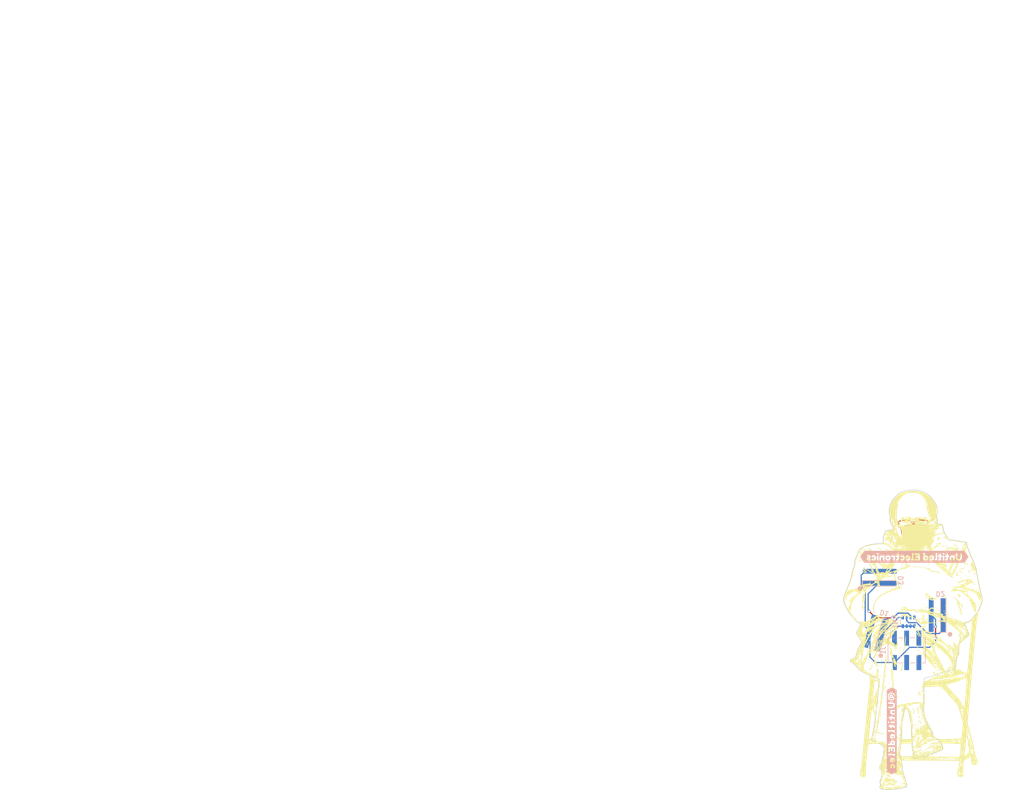
<source format=kicad_pcb>
(kicad_pcb (version 20210228) (generator pcbnew)
  (layers (0 "F.Cu" signal) (31 "B.Cu" signal) (34 "B.Paste" user) (35 "F.Paste" user) (36 "B.SilkS" user "B.Silkscreen") (37 "F.SilkS" user "F.Silkscreen") (38 "B.Mask" user) (39 "F.Mask" user) (44 "Edge.Cuts" user))
  (net 0 "")
  (net 1 "VSS")
  (net 6 "VCC")
  (net 8 "Net-(D1-Pad1)")
  (net 9 "Net-(RN1-Pad3)")
  (net 10 "Net-(D2-Pad1)")
  (footprint "LOGO" (layer "F.Cu") (at 175.1205 101.8537)
    (fp_text reference "G***" hide)
    (fp_text value "LOGO" hide)
  )
  (footprint "LOGO" (layer "F.Cu") (at 175.1205 101.8537)
    (fp_text reference "G***" hide)
    (fp_text value "LOGO" hide)
  )
  (footprint "LOGO" (layer "F.Cu") (at 0 0)
    (fp_text reference "G***" hide)
    (fp_text value "LOGO" hide)
  )
  (footprint "BernieMittensNoChair:B.Mask_g1007" (layer "F.Cu") (at 175.11302 101.83737)
    (fp_text reference "G***" hide)
    (fp_text value "LOGO" hide)
  )
  (footprint "LOGO" (layer "F.Cu") (at 175.1205 101.8537)
    (fp_text reference "G***" hide)
    (fp_text value "LOGO" hide)
  )
  (footprint "LOGO" (layer "F.Cu") (at 0 0)
    (fp_text reference "G***" hide)
    (fp_text value "LOGO" hide)
  )
  (footprint "buzzardLabel" (layer "B.Cu") (at 147.9 118.65 -90)
    (fp_text reference "")
    (fp_text value "")
  )
  (footprint "Tests:RGBFlashLED" (layer "B.Cu") (at 158.6 94.6 180)
    (fp_text reference "D2")
    (fp_text value "LED_Small")
  )
  (footprint "svg2mod" (layer "B.Cu") (at 152.6 82.5 180)
    (fp_text reference "svg2mod" hide)
    (fp_text value "G***" hide)
  )
  (footprint "Tests:RGBFlashLED" (layer "B.Cu") (at 145.8 98.6 165)
    (fp_text reference "D1")
    (fp_text value "LED_Small")
  )
  (footprint "Tests:RGBFlashLED" (layer "B.Cu") (at 145.4 88 90)
    (fp_text reference "D3")
    (fp_text value "LED_Small")
  )
  (footprint "Resistor_SMD:R_Array_Convex_4x0603" (layer "B.Cu") (at 151.4 96 -90)
    (fp_text reference "RN1")
    (fp_text value "330")
  )
  (footprint "Connector_PinHeader_2.54mm:PinHeader_2x03_P2.54mm_Vertical_SMD" (layer "B.Cu") (at 151 101.925 -90)
    (fp_text reference "J1")
    (fp_text value "Conn_02x03_Odd_Even")
  )
  (gr_circle (center 145.6 103.000002) (end 145.946409 103.200002) (layer "B.SilkS") (width 0.15) (fill none))
  (gr_circle (center 160.000002 98.6) (end 160.282844 98.8) (layer "B.SilkS") (width 0.15) (fill none))
  (gr_circle (center 145.6 103.000002) (end 145.699998 103.100002) (layer "B.SilkS") (width 0.15) (fill none))
  (gr_circle (center 141.299998 89.1) (end 141.58284 89.3) (layer "B.SilkS") (width 0.15) (fill none))
  (gr_circle (center 141.299998 89.1) (end 141.299996 89.2) (layer "B.SilkS") (width 0.15) (fill none))
  (gr_circle (center 145.6 103.000002) (end 145.8 103.200002) (layer "B.SilkS") (width 0.15) (fill none))
  (gr_circle (center 145.6 103.000002) (end 145.599998 103.100002) (layer "B.SilkS") (width 0.15) (fill none))
  (gr_circle (center 160.000002 98.6) (end 160.346411 98.8) (layer "B.SilkS") (width 0.15) (fill none))
  (gr_circle (center 160.000002 98.6) (end 160.200002 98.8) (layer "B.SilkS") (width 0.15) (fill none))
  (gr_circle (center 141.299998 89.1) (end 141.499998 89.3) (layer "B.SilkS") (width 0.15) (fill none))
  (gr_circle (center 145.6 103.000002) (end 145.882842 103.200002) (layer "B.SilkS") (width 0.15) (fill none))
  (gr_circle (center 141.299998 89.1) (end 141.399996 89.2) (layer "B.SilkS") (width 0.15) (fill none))
  (gr_circle (center 160.000002 98.6) (end 160.1 98.7) (layer "B.SilkS") (width 0.15) (fill none))
  (gr_circle (center 160.000002 98.6) (end 160.000002 98.6) (layer "B.SilkS") (width 0.15) (fill none))
  (gr_circle (center 141.299998 89.1) (end 141.299998 89.1) (layer "B.SilkS") (width 0.15) (fill none))
  (gr_circle (center 145.6 103.000002) (end 145.6 103.000002) (layer "B.SilkS") (width 0.15) (fill none))
  (gr_circle (center 141.299998 89.1) (end 141.646407 89.3) (layer "B.SilkS") (width 0.15) (fill none))
  (gr_circle (center 160.000002 98.6) (end 160 98.7) (layer "B.SilkS") (width 0.15) (fill none))
  (gr_line (start 145.739602 125.8725) (end 145.732802 126.0164) (layer "Edge.Cuts") (width 0.1))
  (gr_line (start 141.0123 96.2035) (end 141.079 96.2235) (layer "Edge.Cuts") (width 0.1))
  (gr_line (start 151.878392 116.5712) (end 151.950392 116.9653) (layer "Edge.Cuts") (width 0.1))
  (gr_line (start 150.1254 125.861) (end 150.1149 125.8024) (layer "Edge.Cuts") (width 0.1))
  (gr_line (start 156.6969 123.1489) (end 156.7656 123.1188) (layer "Edge.Cuts") (width 0.1))
  (gr_line (start 157.3394 75.638) (end 157.3183 75.6262) (layer "Edge.Cuts") (width 0.1))
  (gr_line (start 165.4615 85.3482) (end 165.4089 85.1254) (layer "Edge.Cuts") (width 0.1))
  (gr_line (start 156.6197 123.1935) (end 156.6969 123.1489) (layer "Edge.Cuts") (width 0.1))
  (gr_line (start 156.331503 123.3548) (end 156.331503 123.3548) (layer "Edge.Cuts") (width 0.1))
  (gr_line (start 145.834802 128.0775) (end 145.814502 128.1722) (layer "Edge.Cuts") (width 0.1))
  (gr_line (start 152.8349 68.6339) (end 152.6388 68.6276) (layer "Edge.Cuts") (width 0.1))
  (gr_line (start 140.6205 98.0726) (end 140.6052 98.1295) (layer "Edge.Cuts") (width 0.1))
  (gr_line (start 154.4282 113.8805) (end 154.4453 113.8545) (layer "Edge.Cuts") (width 0.1))
  (gr_line (start 158.2996 122.5116) (end 158.3577 122.4753) (layer "Edge.Cuts") (width 0.1))
  (gr_line (start 149.905592 118.0577) (end 149.917592 117.6977) (layer "Edge.Cuts") (width 0.1))
  (gr_line (start 140.6068 98.3622) (end 140.6228 98.4241) (layer "Edge.Cuts") (width 0.1))
  (gr_line (start 139.7289 85.4564) (end 139.6797 85.6307) (layer "Edge.Cuts") (width 0.1))
  (gr_line (start 150.477602 128.0663) (end 150.469602 128.0104) (layer "Edge.Cuts") (width 0.1))
  (gr_line (start 152.053692 119.5851) (end 152.076992 119.7047) (layer "Edge.Cuts") (width 0.1))
  (gr_line (start 159.118 77.9421) (end 159.036 77.7964) (layer "Edge.Cuts") (width 0.1))
  (gr_line (start 152.030592 117.5569) (end 152.040592 117.7181) (layer "Edge.Cuts") (width 0.1))
  (gr_line (start 161.8951 79.2456) (end 161.5998 79.1887) (layer "Edge.Cuts") (width 0.1))
  (gr_line (start 144.1048 118.9621) (end 144.0735 119.0607) (layer "Edge.Cuts") (width 0.1))
  (gr_line (start 140.2531 83.2913) (end 140.2208 83.4319) (layer "Edge.Cuts") (width 0.1))
  (gr_line (start 150.658602 128.608) (end 150.659402 128.5829) (layer "Edge.Cuts") (width 0.1))
  (gr_line (start 152.036592 119.4631) (end 152.053692 119.5851) (layer "Edge.Cuts") (width 0.1))
  (gr_line (start 146.1437 78.5727) (end 146.1317 78.7176) (layer "Edge.Cuts") (width 0.1))
  (gr_line (start 144.3972 79.8171) (end 144.1292 79.8497) (layer "Edge.Cuts") (width 0.1))
  (gr_line (start 146.848402 130.8515) (end 146.946902 130.8588) (layer "Edge.Cuts") (width 0.1))
  (gr_line (start 150.279892 115.3852) (end 150.338792 115.0495) (layer "Edge.Cuts") (width 0.1))
  (gr_line (start 141.5275 99.9339) (end 141.6057 100.0192) (layer "Edge.Cuts") (width 0.1))
  (gr_line (start 142.085 106.5437) (end 142.273 106.6377) (layer "Edge.Cuts") (width 0.1))
  (gr_line (start 141.2531 80.9454) (end 141.2 81) (layer "Edge.Cuts") (width 0.1))
  (gr_line (start 145.452802 130.3479) (end 145.454602 130.404) (layer "Edge.Cuts") (width 0.1))
  (gr_line (start 140.4275 103.2192) (end 140.406 103.2593) (layer "Edge.Cuts") (width 0.1))
  (gr_line (start 139.4516 104.3746) (end 139.5624 104.4422) (layer "Edge.Cuts") (width 0.1))
  (gr_line (start 159.5093 78.5542) (end 159.4294 78.4178) (layer "Edge.Cuts") (width 0.1))
  (gr_line (start 148.108302 130.7942) (end 148.613402 130.7413) (layer "Edge.Cuts") (width 0.1))
  (gr_line (start 141.4859 96.3587) (end 141.4751 96.4043) (layer "Edge.Cuts") (width 0.1))
  (gr_line (start 146.303602 122.8287) (end 146.283502 122.8577) (layer "Edge.Cuts") (width 0.1))
  (gr_line (start 147.6705 74.3803) (end 147.6396 74.4321) (layer "Edge.Cuts") (width 0.1))
  (gr_line (start 158.7149 77.186) (end 158.6903 77.0679) (layer "Edge.Cuts") (width 0.1))
  (gr_line (start 162.152993 100.185254) (end 162.250993 100.093054) (layer "Edge.Cuts") (width 0.1))
  (gr_line (start 141.2999 100.8795) (end 141.2167 101.0294) (layer "Edge.Cuts") (width 0.1))
  (gr_line (start 163.6466 80.4925) (end 163.6167 80.4288) (layer "Edge.Cuts") (width 0.1))
  (gr_line (start 163.235893 97.134454) (end 163.125593 96.883054) (layer "Edge.Cuts") (width 0.1))
  (gr_line (start 161.794193 102.295054) (end 161.799493 102.194054) (layer "Edge.Cuts") (width 0.1))
  (gr_line (start 154.171 68.8972) (end 153.9141 68.793) (layer "Edge.Cuts") (width 0.1))
  (gr_line (start 141.5541 100.4834) (end 141.4691 100.6053) (layer "Edge.Cuts") (width 0.1))
  (gr_line (start 151.044302 130.0825) (end 151.050102 130.0474) (layer "Edge.Cuts") (width 0.1))
  (gr_line (start 145.846402 127.9722) (end 145.834802 128.0775) (layer "Edge.Cuts") (width 0.1))
  (gr_line (start 150.656102 128.5521) (end 150.638502 128.4772) (layer "Edge.Cuts") (width 0.1))
  (gr_line (start 151.5401 68.6878) (end 151.1871 68.7222) (layer "Edge.Cuts") (width 0.1))
  (gr_line (start 140.1909 83.6914) (end 140.1881 83.8295) (layer "Edge.Cuts") (width 0.1))
  (gr_line (start 146.4438 77.5557) (end 146.351 77.8064) (layer "Edge.Cuts") (width 0.1))
  (gr_line (start 166.3339 89.5662) (end 166.1852 88.8906) (layer "Edge.Cuts") (width 0.1))
  (gr_line (start 157.376 74.6187) (end 157.3645 74.5781) (layer "Edge.Cuts") (width 0.1))
  (gr_line (start 147.3735 72.5052) (end 147.3637 72.6862) (layer "Edge.Cuts") (width 0.1))
  (gr_line (start 145.575102 129.8751) (end 145.571102 129.8994) (layer "Edge.Cuts") (width 0.1))
  (gr_line (start 163.847093 98.492154) (end 163.833593 98.431554) (layer "Edge.Cuts") (width 0.1))
  (gr_line (start 140.4375 95.764) (end 140.5413 95.8673) (layer "Edge.Cuts") (width 0.1))
  (gr_line (start 145.888802 130.7282) (end 145.982302 130.743) (layer "Edge.Cuts") (width 0.1))
  (gr_line (start 150.546292 113.9595) (end 150.559092 113.9312) (layer "Edge.Cuts") (width 0.1))
  (gr_line (start 140.1633 84.1938) (end 140.1407 84.3083) (layer "Edge.Cuts") (width 0.1))
  (gr_line (start 156.2752 119.017) (end 156.2697 118.9767) (layer "Edge.Cuts") (width 0.1))
  (gr_line (start 165.7348 86.6448) (end 165.5605 85.7987) (layer "Edge.Cuts") (width 0.1))
  (gr_line (start 148.196 76.5905) (end 148.1707 76.657) (layer "Edge.Cuts") (width 0.1))
  (gr_line (start 163.819993 98.696454) (end 163.836093 98.667954) (layer "Edge.Cuts") (width 0.1))
  (gr_line (start 163.5448 80.2052) (end 163.528 80.1245) (layer "Edge.Cuts") (width 0.1))
  (gr_line (start 155.8245 118.1574) (end 155.6944 117.925) (layer "Edge.Cuts") (width 0.1))
  (gr_line (start 156.3065 119.3845) (end 156.2882 119.3128) (layer "Edge.Cuts") (width 0.1))
  (gr_line (start 149.6864 123.9943) (end 149.6766 123.9484) (layer "Edge.Cuts") (width 0.1))
  (gr_line (start 156.9277 120.2429) (end 156.8721 120.1917) (layer "Edge.Cuts") (width 0.1))
  (gr_line (start 158.5572 76.3635) (end 158.5076 76.1812) (layer "Edge.Cuts") (width 0.1))
  (gr_line (start 156.8092 71.0864) (end 156.6503 70.8498) (layer "Edge.Cuts") (width 0.1))
  (gr_line (start 139.96 103.5649) (end 139.773 103.6421) (layer "Edge.Cuts") (width 0.1))
  (gr_line (start 140.3506 103.332) (end 140.3152 103.3658) (layer "Edge.Cuts") (width 0.1))
  (gr_line (start 150.941102 129.4548) (end 150.885202 129.2849) (layer "Edge.Cuts") (width 0.1))
  (gr_line (start 141.4856 96.3319) (end 141.4859 96.3587) (layer "Edge.Cuts") (width 0.1))
  (gr_line (start 139.6552 103.6909) (end 139.5569 103.7353) (layer "Edge.Cuts") (width 0.1))
  (gr_line (start 152.040592 117.7181) (end 152.047392 117.8878) (layer "Edge.Cuts") (width 0.1))
  (gr_line (start 157.3319 73.3208) (end 157.3394 73.1684) (layer "Edge.Cuts") (width 0.1))
  (gr_line (start 156.3314 123.3546) (end 156.3417 123.3584) (layer "Edge.Cuts") (width 0.1))
  (gr_line (start 158.3921 122.4472) (end 158.4131 122.4161) (layer "Edge.Cuts") (width 0.1))
  (gr_line (start 142.7216 80.1602) (end 142.519 80.2314) (layer "Edge.Cuts") (width 0.1))
  (gr_line (start 138.3561 92.8511) (end 138.4772 93.0845) (layer "Edge.Cuts") (width 0.1))
  (gr_line (start 137.8755 91.2976) (end 137.8785 91.4397) (layer "Edge.Cuts") (width 0.1))
  (gr_line (start 147.5165 75.0305) (end 147.5586 75.1611) (layer "Edge.Cuts") (width 0.1))
  (gr_line (start 152.2603 68.6329) (end 152.0768 68.6425) (layer "Edge.Cuts") (width 0.1))
  (gr_line (start 157.3201 73.4764) (end 157.3319 73.3208) (layer "Edge.Cuts") (width 0.1))
  (gr_line (start 149.846492 120.1173) (end 149.874992 119.9418) (layer "Edge.Cuts") (width 0.1))
  (gr_line (start 158.3577 122.4753) (end 158.3921 122.4472) (layer "Edge.Cuts") (width 0.1))
  (gr_line (start 155.6944 117.925) (end 155.5485 117.6546) (layer "Edge.Cuts") (width 0.1))
  (gr_line (start 150.084092 116.2834) (end 150.111392 116.1771) (layer "Edge.Cuts") (width 0.1))
  (gr_line (start 143.6221 79.9314) (end 143.3829 79.9803) (layer "Edge.Cuts") (width 0.1))
  (gr_line (start 139.3258 103.895) (end 139.3004 103.9359) (layer "Edge.Cuts") (width 0.1))
  (gr_line (start 157.35 74.5465) (end 157.3319 74.525) (layer "Edge.Cuts") (width 0.1))
  (gr_line (start 139.3704 87.2085) (end 139.3315 87.3356) (layer "Edge.Cuts") (width 0.1))
  (gr_line (start 145.741802 128.365) (end 145.686702 128.4801) (layer "Edge.Cuts") (width 0.1))
  (gr_line (start 166.0732 93.4383) (end 166.2043 93.1289) (layer "Edge.Cuts") (width 0.1))
  (gr_line (start 152.323302 122.6908) (end 152.359402 122.7753) (layer "Edge.Cuts") (width 0.1))
  (gr_line (start 140.8577 97.654) (end 140.7423 97.8357) (layer "Edge.Cuts") (width 0.1))
  (gr_line (start 152.297802 122.6287) (end 152.323302 122.6908) (layer "Edge.Cuts") (width 0.1))
  (gr_line (start 145.488202 130.1185) (end 145.466902 130.2185) (layer "Edge.Cuts") (width 0.1))
  (gr_line (start 141.355 96.2519) (end 141.4142 96.2707) (layer "Edge.Cuts") (width 0.1))
  (gr_line (start 146.6348 77.1009) (end 146.5947 77.1799) (layer "Edge.Cuts") (width 0.1))
  (gr_line (start 145.550802 129.7204) (end 145.570602 129.8069) (layer "Edge.Cuts") (width 0.1))
  (gr_line (start 144.5508 115.8286) (end 144.5393 115.9705) (layer "Edge.Cuts") (width 0.1))
  (gr_line (start 163.027393 96.599754) (end 163.013293 96.526354) (layer "Edge.Cuts") (width 0.1))
  (gr_line (start 150.599192 113.8921) (end 150.631792 113.8881) (layer "Edge.Cuts") (width 0.1))
  (gr_line (start 163.342493 97.336554) (end 163.235893 97.134454) (layer "Edge.Cuts") (width 0.1))
  (gr_line (start 163.812493 98.364854) (end 163.783893 98.291354) (layer "Edge.Cuts") (width 0.1))
  (gr_line (start 150.708992 113.9034) (end 150.812292 113.945) (layer "Edge.Cuts") (width 0.1))
  (gr_line (start 163.684393 98.858654) (end 163.766393 98.767954) (layer "Edge.Cuts") (width 0.1))
  (gr_line (start 152.037392 118.6168) (end 152.027092 118.8366) (layer "Edge.Cuts") (width 0.1))
  (gr_line (start 157.3635 75.2136) (end 157.3818 75.065) (layer "Edge.Cuts") (width 0.1))
  (gr_line (start 154.6862 69.1315) (end 154.4282 69.0091) (layer "Edge.Cuts") (width 0.1))
  (gr_line (start 147.5586 75.1611) (end 147.6185 75.3093) (layer "Edge.Cuts") (width 0.1))
  (gr_line (start 156.1231 118.6305) (end 156.0386 118.5096) (layer "Edge.Cuts") (width 0.1))
  (gr_line (start 161.756593 102.565054) (end 161.772893 102.480554) (layer "Edge.Cuts") (width 0.1))
  (gr_line (start 161.749393 100.964654) (end 161.773193 100.827554) (layer "Edge.Cuts") (width 0.1))
  (gr_line (start 150.224202 127.1383) (end 150.181802 126.9899) (layer "Edge.Cuts") (width 0.1))
  (gr_line (start 151.696392 115.6569) (end 151.790892 116.1227) (layer "Edge.Cuts") (width 0.1))
  (gr_line (start 151.445792 114.5349) (end 151.515692 114.8254) (layer "Edge.Cuts") (width 0.1))
  (gr_line (start 149.5487 122.6265) (end 149.5946 122.325) (layer "Edge.Cuts") (width 0.1))
  (gr_line (start 147.3559 72.8701) (end 147.3556 72.9672) (layer "Edge.Cuts") (width 0.1))
  (gr_line (start 146.2843 77.9964) (end 146.2319 78.1588) (layer "Edge.Cuts") (width 0.1))
  (gr_line (start 163.5152 80.0428) (end 163.5067 79.9613) (layer "Edge.Cuts") (width 0.1))
  (gr_line (start 149.919192 119.5671) (end 149.926192 119.4207) (layer "Edge.Cuts") (width 0.1))
  (gr_line (start 157.5003 120.4514) (end 157.4499 120.4326) (layer "Edge.Cuts") (width 0.1))
  (gr_line (start 166.0281 88.1203) (end 165.7348 86.6448) (layer "Edge.Cuts") (width 0.1))
  (gr_line (start 146.123602 123.8387) (end 146.080502 123.9485) (layer "Edge.Cuts") (width 0.1))
  (gr_line (start 140.5562 82.433) (end 140.4492 82.7115) (layer "Edge.Cuts") (width 0.1))
  (gr_line (start 144.2502 118.1612) (end 144.1886 118.5458) (layer "Edge.Cuts") (width 0.1))
  (gr_line (start 157.2946 75.5982) (end 157.2903 75.5811) (layer "Edge.Cuts") (width 0.1))
  (gr_line (start 163.138193 96.236054) (end 163.195793 96.203454) (layer "Edge.Cuts") (width 0.1))
  (gr_line (start 150.278102 127.3107) (end 150.224202 127.1383) (layer "Edge.Cuts") (width 0.1))
  (gr_line (start 145.338402 121.3168) (end 145.446502 121.3767) (layer "Edge.Cuts") (width 0.1))
  (gr_line (start 161.685693 102.788354) (end 161.712993 102.718954) (layer "Edge.Cuts") (width 0.1))
  (gr_line (start 161.915593 100.477354) (end 161.984993 100.375854) (layer "Edge.Cuts") (width 0.1))
  (gr_line (start 163.435993 99.097354) (end 163.574093 98.968454) (layer "Edge.Cuts") (width 0.1))
  (gr_line (start 150.810902 130.3262) (end 150.862802 130.3014) (layer "Edge.Cuts") (width 0.1))
  (gr_line (start 144.9637 79.7677) (end 144.6754 79.7897) (layer "Edge.Cuts") (width 0.1))
  (gr_line (start 146.080502 123.9485) (end 146.042102 124.0598) (layer "Edge.Cuts") (width 0.1))
  (gr_line (start 149.751 69.1575) (end 149.574 69.2559) (layer "Edge.Cuts") (width 0.1))
  (gr_line (start 149.5189 123.636) (end 149.5024 123.5899) (layer "Edge.Cuts") (width 0.1))
  (gr_line (start 161.785393 102.390554) (end 161.794193 102.295054) (layer "Edge.Cuts") (width 0.1))
  (gr_line (start 140.3 83.1309) (end 140.2531 83.2913) (layer "Edge.Cuts") (width 0.1))
  (gr_line (start 156.2724 119.2033) (end 156.2714 119.1607) (layer "Edge.Cuts") (width 0.1))
  (gr_line (start 150.531702 128.2257) (end 150.499402 128.1415) (layer "Edge.Cuts") (width 0.1))
  (gr_line (start 141.1506 81.0615) (end 141.1027 81.1332) (layer "Edge.Cuts") (width 0.1))
  (gr_line (start 157.3175 120.403) (end 157.229 120.3837) (layer "Edge.Cuts") (width 0.1))
  (gr_line (start 147.3637 72.6862) (end 147.3559 72.8701) (layer "Edge.Cuts") (width 0.1))
  (gr_line (start 157.564049 120.489005) (end 157.5003 120.4514) (layer "Edge.Cuts") (width 0.1))
  (gr_line (start 158.6903 77.0679) (end 158.6698 76.9293) (layer "Edge.Cuts") (width 0.1))
  (gr_line (start 151.999492 117.2671) (end 152.016792 117.406) (layer "Edge.Cuts") (width 0.1))
  (gr_line (start 139.8996 104.6378) (end 139.9903 104.7035) (layer "Edge.Cuts") (width 0.1))
  (gr_line (start 166.3998 89.846) (end 166.3339 89.5662) (layer "Edge.Cuts") (width 0.1))
  (gr_line (start 149.5946 122.325) (end 149.6475 122.0161) (layer "Edge.Cuts") (width 0.1))
  (gr_line (start 146.042102 124.0598) (end 146.008602 124.1736) (layer "Edge.Cuts") (width 0.1))
  (gr_line (start 163.741593 95.987854) (end 163.927293 95.898854) (layer "Edge.Cuts") (width 0.1))
  (gr_line (start 159.4294 78.4178) (end 159.3479 78.289) (layer "Edge.Cuts") (width 0.1))
  (gr_line (start 139.5569 103.7353) (end 139.4764 103.7769) (layer "Edge.Cuts") (width 0.1))
  (gr_line (start 158.4352 122.3339) (end 158.4377 122.2847) (layer "Edge.Cuts") (width 0.1))
  (gr_line (start 152.020792 119.1891) (end 152.025792 119.333) (layer "Edge.Cuts") (width 0.1))
  (gr_line (start 158.4352 122.2313) (end 158.4287 122.1744) (layer "Edge.Cuts") (width 0.1))
  (gr_line (start 151.383092 114.3491) (end 151.399392 114.3777) (layer "Edge.Cuts") (width 0.1))
  (gr_line (start 158.1243 122.6031) (end 158.2996 122.5116) (layer "Edge.Cuts") (width 0.1))
  (gr_line (start 150.631792 113.8881) (end 150.666392 113.8921) (layer "Edge.Cuts") (width 0.1))
  (gr_line (start 140.1628 104.8514) (end 140.2455 104.9346) (layer "Edge.Cuts") (width 0.1))
  (gr_line (start 143.9354 119.6916) (end 143.8865 119.93) (layer "Edge.Cuts") (width 0.1))
  (gr_line (start 157.4033 75.6581) (end 157.3394 75.638) (layer "Edge.Cuts") (width 0.1))
  (gr_line (start 155.609603 123.6343) (end 155.932003 123.5042) (layer "Edge.Cuts") (width 0.1))
  (gr_line (start 152.049892 118.2457) (end 152.037392 118.6168) (layer "Edge.Cuts") (width 0.1))
  (gr_line (start 155.994 70.0018) (end 155.8614 69.8895) (layer "Edge.Cuts") (width 0.1))
  (gr_line (start 166.5387 90.3421) (end 166.5044 90.2428) (layer "Edge.Cuts") (width 0.1))
  (gr_line (start 146.1317 78.7176) (end 146.1259 78.8815) (layer "Edge.Cuts") (width 0.1))
  (gr_line (start 163.9469 81.2034) (end 163.827 80.9041) (layer "Edge.Cuts") (width 0.1))
  (gr_line (start 146.313602 122.6773) (end 146.318602 122.7427) (layer "Edge.Cuts") (width 0.1))
  (gr_line (start 166.4575 90.0746) (end 166.3998 89.846) (layer "Edge.Cuts") (width 0.1))
  (gr_line (start 145.955402 124.4082) (end 145.935602 124.5301) (layer "Edge.Cuts") (width 0.1))
  (gr_line (start 150.820802 129.1131) (end 150.749602 128.9444) (layer "Edge.Cuts") (width 0.1))
  (gr_line (start 146.257402 123.3691) (end 146.258702 123.417) (layer "Edge.Cuts") (width 0.1))
  (gr_line (start 158.9651 77.6575) (end 158.9029 77.5327) (layer "Edge.Cuts") (width 0.1))
  (gr_line (start 165.2101 84.3984) (end 165.1218 84.1179) (layer "Edge.Cuts") (width 0.1))
  (gr_line (start 143.2978 107.1068) (end 145.34561 107.876476) (layer "Edge.Cuts") (width 0.1))
  (gr_line (start 158.7405 77.2712) (end 158.7149 77.186) (layer "Edge.Cuts") (width 0.1))
  (gr_line (start 162.250993 100.093054) (end 162.356993 100.000554) (layer "Edge.Cuts") (width 0.1))
  (gr_line (start 152.180702 121.7997) (end 152.190202 121.9694) (layer "Edge.Cuts") (width 0.1))
  (gr_line (start 163.4305 79.4808) (end 163.3881 79.4687) (layer "Edge.Cuts") (width 0.1))
  (gr_line (start 150.998202 130.1888) (end 151.017702 130.156) (layer "Edge.Cuts") (width 0.1))
  (gr_line (start 149.926192 119.4207) (end 149.929192 119.264) (layer "Edge.Cuts") (width 0.1))
  (gr_line (start 139.3381 104.2848) (end 139.3691 104.3139) (layer "Edge.Cuts") (width 0.1))
  (gr_line (start 141.0546 81.2179) (end 141.0044 81.3187) (layer "Edge.Cuts") (width 0.1))
  (gr_line (start 140.7213 96.0285) (end 140.8005 96.0889) (layer "Edge.Cuts") (width 0.1))
  (gr_line (start 150.680102 130.3748) (end 150.810902 130.3262) (layer "Edge.Cuts") (width 0.1))
  (gr_line (start 166.6242 90.6078) (end 166.5989 90.51) (layer "Edge.Cuts") (width 0.1))
  (gr_line (start 163.747293 98.210954) (end 163.703193 98.122654) (layer "Edge.Cuts") (width 0.1))
  (gr_line (start 156.3336 119.4703) (end 156.3065 119.3845) (layer "Edge.Cuts") (width 0.1))
  (gr_line (start 150.519692 114.0478) (end 150.546292 113.9595) (layer "Edge.Cuts") (width 0.1))
  (gr_line (start 163.637793 97.979754) (end 163.554593 97.783754) (layer "Edge.Cuts") (width 0.1))
  (gr_line (start 157.3848 74.6671) (end 157.376 74.6187) (layer "Edge.Cuts") (width 0.1))
  (gr_line (start 156.543 123.2479) (end 156.6197 123.1935) (layer "Edge.Cuts") (width 0.1))
  (gr_line (start 149.929192 119.264) (end 149.928392 119.0975) (layer "Edge.Cuts") (width 0.1))
  (gr_line (start 140.3806 103.2966) (end 140.3506 103.332) (layer "Edge.Cuts") (width 0.1))
  (gr_line (start 152.194502 122.1128) (end 152.197502 122.1784) (layer "Edge.Cuts") (width 0.1))
  (gr_line (start 166.646 90.7149) (end 166.6242 90.6078) (layer "Edge.Cuts") (width 0.1))
  (gr_line (start 145.982302 130.743) (end 146.201402 130.7668) (layer "Edge.Cuts") (width 0.1))
  (gr_line (start 139.2849 103.9795) (end 139.2681 104.063) (layer "Edge.Cuts") (width 0.1))
  (gr_line (start 147.6816 74.2888) (end 147.6871 74.3106) (layer "Edge.Cuts") (width 0.1))
  (gr_line (start 163.091493 96.271654) (end 163.138193 96.236054) (layer "Edge.Cuts") (width 0.1))
  (gr_line (start 138.1568 92.4312) (end 138.2493 92.6338) (layer "Edge.Cuts") (width 0.1))
  (gr_line (start 150.450292 114.3942) (end 150.488692 114.1884) (layer "Edge.Cuts") (width 0.1))
  (gr_line (start 147.5063 74.6726) (end 147.4945 74.7169) (layer "Edge.Cuts") (width 0.1))
  (gr_line (start 141.0044 81.3187) (end 140.8906 81.5809) (layer "Edge.Cuts") (width 0.1))
  (gr_line (start 146.318602 122.7427) (end 146.315102 122.7918) (layer "Edge.Cuts") (width 0.1))
  (gr_line (start 147.6821 74.2888) (end 147.6821 74.2888) (layer "Edge.Cuts") (width 0.1))
  (gr_line (start 147.3689 73.1798) (end 147.3847 73.2986) (layer "Edge.Cuts") (width 0.1))
  (gr_line (start 145.500202 130.5429) (end 145.530002 130.58) (layer "Edge.Cuts") (width 0.1))
  (gr_line (start 152.386802 122.8548) (end 152.406602 122.9348) (layer "Edge.Cuts") (width 0.1))
  (gr_line (start 163.014293 96.404954) (end 163.029593 96.354854) (layer "Edge.Cuts") (width 0.1))
  (gr_line (start 141.355 99.69) (end 141.4403 99.8191) (layer "Edge.Cuts") (width 0.1))
  (gr_line (start 141.4435 106.1567) (end 141.5902 106.2572) (layer "Edge.Cuts") (width 0.1))
  (gr_line (start 139.6356 85.8202) (end 139.5927 86.0403) (layer "Edge.Cuts") (width 0.1))
  (gr_line (start 144.1292 79.8497) (end 143.8707 79.8878) (layer "Edge.Cuts") (width 0.1))
  (gr_line (start 139.5719 94.7971) (end 139.7238 94.9756) (layer "Edge.Cuts") (width 0.1))
  (gr_line (start 141.0552 101.3488) (end 140.9783 101.516) (layer "Edge.Cuts") (width 0.1))
  (gr_line (start 147.9714 70.8945) (end 147.8515 71.1267) (layer "Edge.Cuts") (width 0.1))
  (gr_line (start 145.900502 124.8775) (end 145.886702 124.9723) (layer "Edge.Cuts") (width 0.1))
  (gr_line (start 157.3427 73.0188) (end 157.3389 72.7271) (layer "Edge.Cuts") (width 0.1))
  (gr_line (start 155.3863 117.3452) (end 155.0123 116.6075) (layer "Edge.Cuts") (width 0.1))
  (gr_line (start 146.169902 123.0082) (end 146.161602 123.0598) (layer "Edge.Cuts") (width 0.1))
  (gr_line (start 140.7529 98.7016) (end 140.8577 98.865) (layer "Edge.Cuts") (width 0.1))
  (gr_line (start 150.115602 126.6264) (end 150.110602 126.5111) (layer "Edge.Cuts") (width 0.1))
  (gr_line (start 154.5159 114.9254) (end 154.4645 114.6652) (layer "Edge.Cuts") (width 0.1))
  (gr_line (start 163.5027 79.8816) (end 163.4967 79.7437) (layer "Edge.Cuts") (width 0.1))
  (gr_line (start 156.4975 119.7864) (end 156.3714 119.5728) (layer "Edge.Cuts") (width 0.1))
  (gr_line (start 151.399392 114.3777) (end 151.418892 114.4371) (layer "Edge.Cuts") (width 0.1))
  (gr_line (start 152.150602 121.466) (end 152.166902 121.6247) (layer "Edge.Cuts") (width 0.1))
  (gr_line (start 141.3841 100.7376) (end 141.2999 100.8795) (layer "Edge.Cuts") (width 0.1))
  (gr_line (start 148.0058 76.873) (end 147.9649 76.8901) (layer "Edge.Cuts") (width 0.1))
  (gr_line (start 157.2978 72.1678) (end 157.2655 71.8966) (layer "Edge.Cuts") (width 0.1))
  (gr_line (start 147.8515 71.1267) (end 147.7445 71.3616) (layer "Edge.Cuts") (width 0.1))
  (gr_line (start 148.0371 70.7797) (end 147.9714 70.8945) (layer "Edge.Cuts") (width 0.1))
  (gr_line (start 164.9313 83.5867) (end 164.8228 83.3252) (layer "Edge.Cuts") (width 0.1))
  (gr_line (start 148.0687 76.8304) (end 148.0399 76.8532) (layer "Edge.Cuts") (width 0.1))
  (gr_line (start 161.799493 102.194054) (end 161.799293 101.974454) (layer "Edge.Cuts") (width 0.1))
  (gr_line (start 137.9206 91.7378) (end 137.96 91.8967) (layer "Edge.Cuts") (width 0.1))
  (gr_line (start 165.9756 93.6589) (end 166.0732 93.4383) (layer "Edge.Cuts") (width 0.1))
  (gr_line (start 163.029593 96.354854) (end 163.055393 96.310754) (layer "Edge.Cuts") (width 0.1))
  (gr_line (start 140.5962 98.1864) (end 140.5934 98.2438) (layer "Edge.Cuts") (width 0.1))
  (gr_line (start 163.7225 80.6557) (end 163.6466 80.4925) (layer "Edge.Cuts") (width 0.1))
  (gr_line (start 157.1132 120.3466) (end 157.0505 120.3196) (layer "Edge.Cuts") (width 0.1))
  (gr_line (start 161.736493 102.644454) (end 161.756593 102.565054) (layer "Edge.Cuts") (width 0.1))
  (gr_line (start 163.827 80.9041) (end 163.7225 80.6557) (layer "Edge.Cuts") (width 0.1))
  (gr_line (start 141.2821 99.5614) (end 141.355 99.69) (layer "Edge.Cuts") (width 0.1))
  (gr_line (start 158.6698 76.9293) (end 158.6437 76.7621) (layer "Edge.Cuts") (width 0.1))
  (gr_line (start 137.8838 91.158) (end 137.8755 91.2976) (layer "Edge.Cuts") (width 0.1))
  (gr_line (start 146.188202 122.9608) (end 146.169902 123.0082) (layer "Edge.Cuts") (width 0.1))
  (gr_line (start 146.247902 123.3283) (end 146.257402 123.3691) (layer "Edge.Cuts") (width 0.1))
  (gr_line (start 146.2319 78.1588) (end 146.1921 78.3027) (layer "Edge.Cuts") (width 0.1))
  (gr_line (start 162.856193 99.594954) (end 163.270293 99.244754) (layer "Edge.Cuts") (width 0.1))
  (gr_line (start 150.1413 68.9766) (end 149.9397 69.0642) (layer "Edge.Cuts") (width 0.1))
  (gr_line (start 154.4645 114.6652) (end 154.4264 114.4506) (layer "Edge.Cuts") (width 0.1))
  (gr_line (start 140.5155 102.8697) (end 140.4847 103.0229) (layer "Edge.Cuts") (width 0.1))
  (gr_line (start 140.2739 103.3986) (end 140.2265 103.431) (layer "Edge.Cuts") (width 0.1))
  (gr_line (start 139.0332 94.0541) (end 139.1638 94.2534) (layer "Edge.Cuts") (width 0.1))
  (gr_line (start 139.2699 104.1667) (end 139.2789 104.1976) (layer "Edge.Cuts") (width 0.1))
  (gr_line (start 141.4756 96.3143) (end 141.4856 96.3319) (layer "Edge.Cuts") (width 0.1))
  (gr_line (start 145.494902 128.9767) (end 145.465302 129.1228) (layer "Edge.Cuts") (width 0.1))
  (gr_line (start 145.886702 124.9723) (end 145.849602 125.1683) (layer "Edge.Cuts") (width 0.1))
  (gr_line (start 151.8961 68.6555) (end 151.5401 68.6878) (layer "Edge.Cuts") (width 0.1))
  (gr_line (start 146.283502 122.8577) (end 146.255402 122.8828) (layer "Edge.Cuts") (width 0.1))
  (gr_line (start 154.5483 110.6477) (end 154.5508 110.0288) (layer "Edge.Cuts") (width 0.1))
  (gr_line (start 146.161602 123.0598) (end 146.163402 123.115) (layer "Edge.Cuts") (width 0.1))
  (gr_line (start 142.4746 106.7323) (end 142.6912 106.8285) (layer "Edge.Cuts") (width 0.1))
  (gr_line (start 157.3319 74.525) (end 157.1858 74.3081) (layer "Edge.Cuts") (width 0.1))
  (gr_line (start 161.619493 102.912754) (end 161.654293 102.852754) (layer "Edge.Cuts") (width 0.1))
  (gr_line (start 147.3596 73.0699) (end 147.3689 73.1798) (layer "Edge.Cuts") (width 0.1))
  (gr_line (start 151.278092 114.2421) (end 151.356492 114.3165) (layer "Edge.Cuts") (width 0.1))
  (gr_line (start 163.554593 97.783754) (end 163.428993 97.510254) (layer "Edge.Cuts") (width 0.1))
  (gr_line (start 157.3036 75.6132) (end 157.2946 75.5982) (layer "Edge.Cuts") (width 0.1))
  (gr_line (start 140.8906 81.5809) (end 140.746 81.9444) (layer "Edge.Cuts") (width 0.1))
  (gr_line (start 150.571892 113.9117) (end 150.585192 113.8991) (layer "Edge.Cuts") (width 0.1))
  (gr_line (start 157.1173 71.6072) (end 156.9651 71.338) (layer "Edge.Cuts") (width 0.1))
  (gr_line (start 149.874992 119.9418) (end 149.893592 119.8278) (layer "Edge.Cuts") (width 0.1))
  (gr_line (start 159.3479 78.289) (end 159.2747 78.1842) (layer "Edge.Cuts") (width 0.1))
  (gr_line (start 139.4393 86.933) (end 139.4065 87.0741) (layer "Edge.Cuts") (width 0.1))
  (gr_line (start 150.609402 128.3932) (end 150.571102 128.3094) (layer "Edge.Cuts") (width 0.1))
  (gr_line (start 158.4287 122.1744) (end 158.4062 122.0541) (layer "Edge.Cuts") (width 0.1))
  (gr_line (start 163.5894 80.3586) (end 163.5656 80.2839) (layer "Edge.Cuts") (width 0.1))
  (gr_line (start 141.0399 105.8265) (end 141.1698 105.9423) (layer "Edge.Cuts") (width 0.1))
  (gr_line (start 145.778402 126.6997) (end 145.813502 126.9023) (layer "Edge.Cuts") (width 0.1))
  (gr_line (start 161.809293 100.701454) (end 161.856893 100.585354) (layer "Edge.Cuts") (width 0.1))
  (gr_line (start 145.807002 125.3786) (end 145.767402 125.611) (layer "Edge.Cuts") (width 0.1))
  (gr_line (start 151.1871 68.7222) (end 150.8312 68.7508) (layer "Edge.Cuts") (width 0.1))
  (gr_line (start 150.930892 114.0062) (end 151.054992 114.0804) (layer "Edge.Cuts") (width 0.1))
  (gr_line (start 147.4859 74.8641) (end 147.4919 74.916) (layer "Edge.Cuts") (width 0.1))
  (gr_line (start 140.1092 84.4281) (end 140.067 84.559) (layer "Edge.Cuts") (width 0.1))
  (gr_line (start 145.805502 130.7109) (end 145.888802 130.7282) (layer "Edge.Cuts") (width 0.1))
  (gr_line (start 148.1171 76.2183) (end 148.1632 76.3015) (layer "Edge.Cuts") (width 0.1))
  (gr_line (start 146.089202 121.8219) (end 146.108302 121.865) (layer "Edge.Cuts") (width 0.1))
  (gr_line (start 142.6912 106.8285) (end 142.9243 106.9275) (layer "Edge.Cuts") (width 0.1))
  (gr_line (start 141.424 96.5447) (end 141.3405 96.7352) (layer "Edge.Cuts") (width 0.1))
  (gr_line (start 140.4606 103.1292) (end 140.4453 103.176) (layer "Edge.Cuts") (width 0.1))
  (gr_line (start 146.1259 78.8815) (end 146.1244 79.0736) (layer "Edge.Cuts") (width 0.1))
  (gr_line (start 141.1119 97.198) (end 140.9838 97.4356) (layer "Edge.Cuts") (width 0.1))
  (gr_line (start 154.4016 114.2761) (end 154.3896 114.137) (layer "Edge.Cuts") (width 0.1))
  (gr_line (start 147.8596 76.9179) (end 147.7147 76.9402) (layer "Edge.Cuts") (width 0.1))
  (gr_line (start 146.315102 122.7918) (end 146.303602 122.8287) (layer "Edge.Cuts") (width 0.1))
  (gr_line (start 140.9131 105.7037) (end 141.0399 105.8265) (layer "Edge.Cuts") (width 0.1))
  (gr_line (start 149.821502 130.5698) (end 150.020502 130.532) (layer "Edge.Cuts") (width 0.1))
  (gr_line (start 145.580802 121.4562) (end 145.750802 121.5615) (layer "Edge.Cuts") (width 0.1))
  (gr_line (start 150.508602 130.4237) (end 150.680102 130.3748) (layer "Edge.Cuts") (width 0.1))
  (gr_line (start 146.5947 77.1799) (end 146.528 77.3391) (layer "Edge.Cuts") (width 0.1))
  (gr_line (start 158.4062 122.0541) (end 158.3751 121.9315) (layer "Edge.Cuts") (width 0.1))
  (gr_line (start 147.5364 73.895) (end 147.6023 74.0825) (layer "Edge.Cuts") (width 0.1))
  (gr_line (start 145.541502 128.8212) (end 145.494902 128.9767) (layer "Edge.Cuts") (width 0.1))
  (gr_line (start 139.2949 94.4407) (end 139.43 94.6204) (layer "Edge.Cuts") (width 0.1))
  (gr_line (start 153.6829 68.741) (end 153.4601 68.7) (layer "Edge.Cuts") (width 0.1))
  (gr_line (start 164.3402 82.2152) (end 164.1973 81.8587) (layer "Edge.Cuts") (width 0.1))
  (gr_line (start 163.4852 79.6241) (end 163.4694 79.5357) (layer "Edge.Cuts") (width 0.1))
  (gr_line (start 161.183493 104.475454) (end 161.225593 104.204954) (layer "Edge.Cuts") (width 0.1))
  (gr_line (start 157.668123 120.581148) (end 157.564049 120.489005) (layer "Edge.Cuts") (width 0.1))
  (gr_line (start 148.836 69.8126) (end 148.7116 69.9341) (layer "Edge.Cuts") (width 0.1))
  (gr_line (start 145.478902 129.5106) (end 145.495902 129.5688) (layer "Edge.Cuts") (width 0.1))
  (gr_line (start 156.1739 118.7265) (end 156.1231 118.6305) (layer "Edge.Cuts") (width 0.1))
  (gr_line (start 158.9029 77.5327) (end 158.844 77.4259) (layer "Edge.Cuts") (width 0.1))
  (gr_line (start 147.6871 74.3106) (end 147.6865 74.3331) (layer "Edge.Cuts") (width 0.1))
  (gr_line (start 166.1852 88.8906) (end 166.0281 88.1203) (layer "Edge.Cuts") (width 0.1))
  (gr_line (start 152.0768 68.6425) (end 151.8961 68.6555) (layer "Edge.Cuts") (width 0.1))
  (gr_line (start 158.249 121.4838) (end 157.668123 120.581148) (layer "Edge.Cuts") (width 0.1))
  (gr_line (start 154.5661 109.5264) (end 154.62979 107.717724) (layer "Edge.Cuts") (width 0.1))
  (gr_line (start 138.0255 90.5937) (end 137.9743 90.7388) (layer "Edge.Cuts") (width 0.1))
  (gr_line (start 156.2399 118.8736) (end 156.2123 118.8067) (layer "Edge.Cuts") (width 0.1))
  (gr_line (start 149.6766 123.9484) (end 149.6731 123.9008) (layer "Edge.Cuts") (width 0.1))
  (gr_line (start 157.3923 74.9188) (end 157.3936 74.7834) (layer "Edge.Cuts") (width 0.1))
  (gr_line (start 140.703 97.8974) (end 140.6694 97.957) (layer "Edge.Cuts") (width 0.1))
  (gr_line (start 163.5067 79.9613) (end 163.5027 79.8816) (layer "Edge.Cuts") (width 0.1))
  (gr_line (start 161.738093 101.115054) (end 161.749393 100.964654) (layer "Edge.Cuts") (width 0.1))
  (gr_line (start 139.2789 104.1976) (end 139.2932 104.2272) (layer "Edge.Cuts") (width 0.1))
  (gr_line (start 156.4074 123.3371) (end 156.4713 123.2995) (layer "Edge.Cuts") (width 0.1))
  (gr_line (start 148.2123 76.5334) (end 148.196 76.5905) (layer "Edge.Cuts") (width 0.1))
  (gr_line (start 163.195793 96.203454) (end 163.264493 96.172554) (layer "Edge.Cuts") (width 0.1))
  (gr_line (start 156.3714 119.5728) (end 156.3336 119.4703) (layer "Edge.Cuts") (width 0.1))
  (gr_line (start 157.3668 122.9315) (end 157.6315 122.8242) (layer "Edge.Cuts") (width 0.1))
  (gr_line (start 146.1921 78.3027) (end 146.1633 78.4376) (layer "Edge.Cuts") (width 0.1))
  (gr_line (start 145.453002 129.3254) (end 145.457302 129.389) (layer "Edge.Cuts") (width 0.1))
  (gr_line (start 155.5979 69.6843) (end 155.4666 69.5906) (layer "Edge.Cuts") (width 0.1))
  (gr_line (start 161.856893 100.585354) (end 161.915593 100.477354) (layer "Edge.Cuts") (width 0.1))
  (gr_line (start 140.6228 98.4241) (end 140.6456 98.4885) (layer "Edge.Cuts") (width 0.1))
  (gr_line (start 145.466102 129.4507) (end 145.478902 129.5106) (layer "Edge.Cuts") (width 0.1))
  (gr_line (start 150.906702 130.2753) (end 150.943502 130.2482) (layer "Edge.Cuts") (width 0.1))
  (gr_line (start 150.559092 113.9312) (end 150.571892 113.9117) (layer "Edge.Cuts") (width 0.1))
  (gr_line (start 140.5358 105.2833) (end 140.6622 105.4329) (layer "Edge.Cuts") (width 0.1))
  (gr_line (start 148.1707 76.657) (end 148.1336 76.7399) (layer "Edge.Cuts") (width 0.1))
  (gr_line (start 145.477902 130.5013) (end 145.500202 130.5429) (layer "Edge.Cuts") (width 0.1))
  (gr_line (start 161.054193 105.740654) (end 161.087793 105.455854) (layer "Edge.Cuts") (width 0.1))
  (gr_line (start 141.4142 96.2707) (end 141.439 96.2835) (layer "Edge.Cuts") (width 0.1))
  (gr_line (start 157.256 73.9637) (end 157.2825 73.7975) (layer "Edge.Cuts") (width 0.1))
  (gr_line (start 150.454302 127.9226) (end 150.412902 127.7615) (layer "Edge.Cuts") (width 0.1))
  (gr_line (start 140.8745 96.1373) (end 140.9444 96.1751) (layer "Edge.Cuts") (width 0.1))
  (gr_line (start 163.4606 79.5071) (end 163.4516 79.491) (layer "Edge.Cuts") (width 0.1))
  (gr_line (start 146.201402 130.7668) (end 146.588202 130.8061) (layer "Edge.Cuts") (width 0.1))
  (gr_line (start 151.950392 116.9653) (end 151.999492 117.2671) (layer "Edge.Cuts") (width 0.1))
  (gr_line (start 154.4282 69.0091) (end 154.171 68.8972) (layer "Edge.Cuts") (width 0.1))
  (gr_line (start 150.0778 125.7159) (end 150.0507 125.6833) (layer "Edge.Cuts") (width 0.1))
  (gr_line (start 156.3417 123.3584) (end 156.3585 123.3564) (layer "Edge.Cuts") (width 0.1))
  (gr_line (start 138.7609 93.5999) (end 138.8998 93.8378) (layer "Edge.Cuts") (width 0.1))
  (gr_line (start 163.4516 79.491) (end 163.4305 79.4808) (layer "Edge.Cuts") (width 0.1))
  (gr_line (start 166.7014 91.2375) (end 166.6924 91.0926) (layer "Edge.Cuts") (width 0.1))
  (gr_line (start 150.885202 129.2849) (end 150.820802 129.1131) (layer "Edge.Cuts") (width 0.1))
  (gr_line (start 163.054 79.4121) (end 162.8244 79.3847) (layer "Edge.Cuts") (width 0.1))
  (gr_line (start 141.439 96.2835) (end 141.4598 96.2983) (layer "Edge.Cuts") (width 0.1))
  (gr_line (start 154.5049 113.6805) (end 154.5192 113.515) (layer "Edge.Cuts") (width 0.1))
  (gr_line (start 166.6648 90.8314) (end 166.646 90.7149) (layer "Edge.Cuts") (width 0.1))
  (gr_line (start 156.2882 119.3128) (end 156.2774 119.2532) (layer "Edge.Cuts") (width 0.1))
  (gr_line (start 157.3897 120.4166) (end 157.3175 120.403) (layer "Edge.Cuts") (width 0.1))
  (gr_line (start 147.242202 130.8561) (end 147.640302 130.8336) (layer "Edge.Cuts") (width 0.1))
  (gr_line (start 145.571102 129.8994) (end 145.562602 129.9157) (layer "Edge.Cuts") (width 0.1))
  (gr_line (start 140.5967 98.3023) (end 140.6068 98.3622) (layer "Edge.Cuts") (width 0.1))
  (gr_line (start 141.2014 99.4143) (end 141.2821 99.5614) (layer "Edge.Cuts") (width 0.1))
  (gr_line (start 148.1143 76.7743) (end 148.093 76.8044) (layer "Edge.Cuts") (width 0.1))
  (gr_line (start 163.766393 98.767954) (end 163.819993 98.696454) (layer "Edge.Cuts") (width 0.1))
  (gr_line (start 139.2002 87.6642) (end 139.1255 87.8246) (layer "Edge.Cuts") (width 0.1))
  (gr_line (start 147.5216 74.6309) (end 147.5063 74.6726) (layer "Edge.Cuts") (width 0.1))
  (gr_line (start 141.1464 96.2363) (end 141.2159 96.2431) (layer "Edge.Cuts") (width 0.1))
  (gr_line (start 149.4943 123.1123) (end 149.5139 122.8968) (layer "Edge.Cuts") (width 0.1))
  (gr_line (start 150.812292 113.945) (end 150.930892 114.0062) (layer "Edge.Cuts") (width 0.1))
  (gr_line (start 139.4764 103.7769) (end 139.4122 103.8165) (layer "Edge.Cuts") (width 0.1))
  (gr_line (start 159.7219 78.9671) (end 159.5778 78.6816) (layer "Edge.Cuts") (width 0.1))
  (gr_line (start 141.4691 100.6053) (end 141.3841 100.7376) (layer "Edge.Cuts") (width 0.1))
  (gr_line (start 145.750802 121.5615) (end 145.900502 121.6605) (layer "Edge.Cuts") (width 0.1))
  (gr_line (start 139.2651 104.1344) (end 139.2699 104.1667) (layer "Edge.Cuts") (width 0.1))
  (gr_line (start 140.0131 84.7057) (end 139.9465 84.8739) (layer "Edge.Cuts") (width 0.1))
  (gr_line (start 154.6939 115.6727) (end 154.6302 115.428) (layer "Edge.Cuts") (width 0.1))
  (gr_line (start 157.8245 75.717) (end 157.5018 75.6761) (layer "Edge.Cuts") (width 0.1))
  (gr_line (start 139.4065 87.0741) (end 139.3704 87.2085) (layer "Edge.Cuts") (width 0.1))
  (gr_line (start 138.4772 93.0845) (end 138.6133 93.3359) (layer "Edge.Cuts") (width 0.1))
  (gr_line (start 147.7147 76.9402) (end 147.5212 76.96) (layer "Edge.Cuts") (width 0.1))
  (gr_line (start 166.5989 90.51) (end 166.5705 90.4216) (layer "Edge.Cuts") (width 0.1))
  (gr_line (start 141.0943 99.2338) (end 141.2014 99.4143) (layer "Edge.Cuts") (width 0.1))
  (gr_line (start 146.247402 122.3449) (end 146.300002 122.592) (layer "Edge.Cuts") (width 0.1))
  (gr_line (start 149.917592 117.6977) (end 149.939892 117.3405) (layer "Edge.Cuts") (width 0.1))
  (gr_line (start 147.6975 75.477) (end 147.7962 75.666) (layer "Edge.Cuts") (width 0.1))
  (gr_line (start 149.6648 123.8499) (end 149.6425 123.7952) (layer "Edge.Cuts") (width 0.1))
  (gr_line (start 158.3415 121.8132) (end 158.3104 121.7067) (layer "Edge.Cuts") (width 0.1))
  (gr_line (start 155.0123 116.6075) (end 154.9539 116.4773) (layer "Edge.Cuts") (width 0.1))
  (gr_line (start 145.466902 130.2185) (end 145.457102 130.286) (layer "Edge.Cuts") (width 0.1))
  (gr_line (start 141.7449 106.3547) (end 141.9096 106.4497) (layer "Edge.Cuts") (width 0.1))
  (gr_line (start 150.987002 129.6168) (end 150.941102 129.4548) (layer "Edge.Cuts") (width 0.1))
  (gr_line (start 146.234202 123.5424) (end 146.207602 123.6246) (layer "Edge.Cuts") (width 0.1))
  (gr_line (start 156.6073 119.9924) (end 156.4975 119.7864) (layer "Edge.Cuts") (width 0.1))
  (gr_line (start 149.4843 123.3638) (end 149.4943 123.1123) (layer "Edge.Cuts") (width 0.1))
  (gr_line (start 149.915392 118.7358) (end 149.904592 118.4077) (layer "Edge.Cuts") (width 0.1))
  (gr_line (start 152.4473 68.6276) (end 152.2603 68.6329) (layer "Edge.Cuts") (width 0.1))
  (gr_line (start 150.8312 68.7508) (end 150.5863 68.8195) (layer "Edge.Cuts") (width 0.1))
  (gr_line (start 140.3647 82.9408) (end 140.3 83.1309) (layer "Edge.Cuts") (width 0.1))
  (gr_line (start 152.105712 119.852552) (end 152.150602 121.466) (layer "Edge.Cuts") (width 0.1))
  (gr_line (start 158.6044 76.5653) (end 158.5572 76.3635) (layer "Edge.Cuts") (width 0.1))
  (gr_line (start 140.7875 105.5728) (end 140.9131 105.7037) (layer "Edge.Cuts") (width 0.1))
  (gr_line (start 147.6023 74.0825) (end 147.6821 74.2888) (layer "Edge.Cuts") (width 0.1))
  (gr_line (start 154.4766 113.8138) (end 154.4869 113.7833) (layer "Edge.Cuts") (width 0.1))
  (gr_line (start 151.515692 114.8254) (end 151.601892 115.2122) (layer "Edge.Cuts") (width 0.1))
  (gr_line (start 156.1599 70.2042) (end 155.994 70.0018) (layer "Edge.Cuts") (width 0.1))
  (gr_line (start 140.6694 97.957) (end 140.6421 98.0152) (layer "Edge.Cuts") (width 0.1))
  (gr_line (start 140.2455 104.9346) (end 140.3265 105.0248) (layer "Edge.Cuts") (width 0.1))
  (gr_line (start 155.075 69.3412) (end 154.9451 69.2673) (layer "Edge.Cuts") (width 0.1))
  (gr_line (start 140.6494 102.3766) (end 140.5982 102.5453) (layer "Edge.Cuts") (width 0.1))
  (gr_line (start 139.2463 87.5642) (end 139.2002 87.6642) (layer "Edge.Cuts") (width 0.1))
  (gr_line (start 141.1349 101.1864) (end 141.0552 101.3488) (layer "Edge.Cuts") (width 0.1))
  (gr_line (start 139.3127 104.256) (end 139.3381 104.2848) (layer "Edge.Cuts") (width 0.1))
  (gr_line (start 150.862802 130.3014) (end 150.906702 130.2753) (layer "Edge.Cuts") (width 0.1))
  (gr_line (start 146.258702 123.417) (end 146.251202 123.4739) (layer "Edge.Cuts") (width 0.1))
  (gr_line (start 149.5688 123.7007) (end 149.5407 123.6721) (layer "Edge.Cuts") (width 0.1))
  (gr_line (start 165.1218 84.1179) (end 165.0188 83.8088) (layer "Edge.Cuts") (width 0.1))
  (gr_line (start 156.6503 70.8498) (end 156.4886 70.6256) (layer "Edge.Cuts") (width 0.1))
  (gr_line (start 142.1408 80.3909) (end 141.9643 80.4791) (layer "Edge.Cuts") (width 0.1))
  (gr_line (start 159.5778 78.6816) (end 159.5093 78.5542) (layer "Edge.Cuts") (width 0.1))
  (gr_line (start 150.112402 126.3882) (end 150.120202 126.2511) (layer "Edge.Cuts") (width 0.1))
  (gr_line (start 161.772893 102.480554) (end 161.785393 102.390554) (layer "Edge.Cuts") (width 0.1))
  (gr_line (start 161.3015 79.1328) (end 160.9645 79.0807) (layer "Edge.Cuts") (width 0.1))
  (gr_line (start 150.0054 125.6166) (end 149.962 125.5148) (layer "Edge.Cuts") (width 0.1))
  (gr_line (start 146.588202 130.8061) (end 146.721002 130.8244) (layer "Edge.Cuts") (width 0.1))
  (gr_line (start 150.3566 68.8948) (end 150.1413 68.9766) (layer "Edge.Cuts") (width 0.1))
  (gr_line (start 150.659402 128.5829) (end 150.656102 128.5521) (layer "Edge.Cuts") (width 0.1))
  (gr_line (start 140.2208 83.4319) (end 140.201 83.562) (layer "Edge.Cuts") (width 0.1))
  (gr_line (start 148.1072 70.6658) (end 148.0371 70.7797) (layer "Edge.Cuts") (width 0.1))
  (gr_line (start 138.0778 92.2419) (end 138.1568 92.4312) (layer "Edge.Cuts") (width 0.1))
  (gr_line (start 145.840402 127.5087) (end 145.847702 127.6964) (layer "Edge.Cuts") (width 0.1))
  (gr_line (start 150.499402 128.1415) (end 150.477602 128.0663) (layer "Edge.Cuts") (width 0.1))
  (gr_line (start 164.8228 83.3252) (end 164.7067 83.0567) (layer "Edge.Cuts") (width 0.1))
  (gr_line (start 139.3004 103.9359) (end 139.2849 103.9795) (layer "Edge.Cuts") (width 0.1))
  (gr_line (start 154.5588 109.6352) (end 154.5661 109.5264) (layer "Edge.Cuts") (width 0.1))
  (gr_line (start 151.054992 114.0804) (end 151.174292 114.1611) (layer "Edge.Cuts") (width 0.1))
  (gr_line (start 141.079 96.2235) (end 141.1464 96.2363) (layer "Edge.Cuts") (width 0.1))
  (gr_line (start 146.013302 121.7422) (end 146.050902 121.7728) (layer "Edge.Cuts") (width 0.1))
  (gr_line (start 150.679702 128.7499) (end 150.661602 128.6667) (layer "Edge.Cuts") (width 0.1))
  (gr_line (start 139.3626 103.8556) (end 139.3258 103.895) (layer "Edge.Cuts") (width 0.1))
  (gr_line (start 154.4453 113.8545) (end 154.4653 113.8316) (layer "Edge.Cuts") (width 0.1))
  (gr_line (start 140.1097 103.4959) (end 139.96 103.5649) (layer "Edge.Cuts") (width 0.1))
  (gr_line (start 150.020502 130.532) (end 150.290802 130.4751) (layer "Edge.Cuts") (width 0.1))
  (gr_line (start 146.788002 130.8385) (end 146.787702 130.8385) (layer "Edge.Cuts") (width 0.1))
  (gr_line (start 147.3556 72.9672) (end 147.3596 73.0699) (layer "Edge.Cuts") (width 0.1))
  (gr_line (start 140.7105 98.6269) (end 140.7529 98.7016) (layer "Edge.Cuts") (width 0.1))
  (gr_line (start 166.7312 91.8344) (end 166.7014 91.2375) (layer "Edge.Cuts") (width 0.1))
  (gr_line (start 163.3881 79.4687) (end 163.2488 79.4411) (layer "Edge.Cuts") (width 0.1))
  (gr_line (start 145.462902 130.4552) (end 145.477902 130.5013) (layer "Edge.Cuts") (width 0.1))
  (gr_line (start 153.4601 68.7) (end 153.245 68.6692) (layer "Edge.Cuts") (width 0.1))
  (gr_line (start 139.1638 94.2534) (end 139.2949 94.4407) (layer "Edge.Cuts") (width 0.1))
  (gr_line (start 139.4947 86.6347) (end 139.4689 86.7863) (layer "Edge.Cuts") (width 0.1))
  (gr_line (start 147.555 71.8367) (end 147.376 72.3141) (layer "Edge.Cuts") (width 0.1))
  (gr_line (start 147.376 72.3141) (end 147.3735 72.5052) (layer "Edge.Cuts") (width 0.1))
  (gr_line (start 139.773 103.6421) (end 139.6552 103.6909) (layer "Edge.Cuts") (width 0.1))
  (gr_line (start 166.6924 91.0926) (end 166.6801 90.9573) (layer "Edge.Cuts") (width 0.1))
  (gr_line (start 148.0399 76.8532) (end 148.0058 76.873) (layer "Edge.Cuts") (width 0.1))
  (gr_line (start 139.8046 104.5771) (end 139.8996 104.6378) (layer "Edge.Cuts") (width 0.1))
  (gr_line (start 147.6821 74.2888) (end 147.6816 74.2888) (layer "Edge.Cuts") (width 0.1))
  (gr_line (start 163.4967 79.7437) (end 163.4852 79.6241) (layer "Edge.Cuts") (width 0.1))
  (gr_line (start 140.8339 101.8589) (end 140.7674 102.0322) (layer "Edge.Cuts") (width 0.1))
  (gr_line (start 147.6807 74.3562) (end 147.6705 74.3803) (layer "Edge.Cuts") (width 0.1))
  (gr_line (start 162.064193 100.279054) (end 162.152993 100.185254) (layer "Edge.Cuts") (width 0.1))
  (gr_line (start 142.9243 106.9275) (end 143.1482 107.0266) (layer "Edge.Cuts") (width 0.1))
  (gr_line (start 150.338792 115.0495) (end 150.450292 114.3942) (layer "Edge.Cuts") (width 0.1))
  (gr_line (start 157.1251 123.022) (end 157.3668 122.9315) (layer "Edge.Cuts") (width 0.1))
  (gr_line (start 147.4828 73.7246) (end 147.5364 73.895) (layer "Edge.Cuts") (width 0.1))
  (gr_line (start 156.0386 118.5096) (end 155.9391 118.352) (layer "Edge.Cuts") (width 0.1))
  (gr_line (start 145.668402 130.6685) (end 145.732302 130.6911) (layer "Edge.Cuts") (width 0.1))
  (gr_line (start 150.658102 128.6336) (end 150.658602 128.608) (layer "Edge.Cuts") (width 0.1))
  (gr_line (start 157.229 120.3837) (end 157.1734 120.3677) (layer "Edge.Cuts") (width 0.1))
  (gr_line (start 165.0188 83.8088) (end 164.9313 83.5867) (layer "Edge.Cuts") (width 0.1))
  (gr_line (start 149.602602 130.6069) (end 149.821502 130.5698) (layer "Edge.Cuts") (width 0.1))
  (gr_line (start 163.008793 96.461654) (end 163.014293 96.404954) (layer "Edge.Cuts") (width 0.1))
  (gr_line (start 137.96 91.8967) (end 138.0124 92.0642) (layer "Edge.Cuts") (width 0.1))
  (gr_line (start 145.446502 121.3767) (end 145.580802 121.4562) (layer "Edge.Cuts") (width 0.1))
  (gr_line (start 152.233102 122.4056) (end 152.273902 122.5587) (layer "Edge.Cuts") (width 0.1))
  (gr_line (start 139.6797 85.6307) (end 139.6356 85.8202) (layer "Edge.Cuts") (width 0.1))
  (gr_line (start 152.025792 119.333) (end 152.036592 119.4631) (layer "Edge.Cuts") (width 0.1))
  (gr_line (start 139.9903 104.7035) (end 140.0781 104.7744) (layer "Edge.Cuts") (width 0.1))
  (gr_line (start 153.245 68.6692) (end 153.0367 68.6475) (layer "Edge.Cuts") (width 0.1))
  (gr_line (start 145.849602 125.1683) (end 145.807002 125.3786) (layer "Edge.Cuts") (width 0.1))
  (gr_line (start 161.225593 104.204954) (end 161.275793 103.912154) (layer "Edge.Cuts") (width 0.1))
  (gr_line (start 150.217192 115.7096) (end 150.279892 115.3852) (layer "Edge.Cuts") (width 0.1))
  (gr_line (start 140.0542 95.3502) (end 140.3227 95.6442) (layer "Edge.Cuts") (width 0.1))
  (gr_line (start 140.067 84.559) (end 140.0131 84.7057) (layer "Edge.Cuts") (width 0.1))
  (gr_line (start 146.946902 130.8588) (end 147.079502 130.8601) (layer "Edge.Cuts") (width 0.1))
  (gr_line (start 140.3152 103.3658) (end 140.2739 103.3986) (layer "Edge.Cuts") (width 0.1))
  (gr_line (start 150.749602 128.9444) (end 150.710002 128.8459) (layer "Edge.Cuts") (width 0.1))
  (gr_line (start 145.732302 130.6911) (end 145.805502 130.7109) (layer "Edge.Cuts") (width 0.1))
  (gr_line (start 151.051902 130.0043) (end 151.043902 129.897) (layer "Edge.Cuts") (width 0.1))
  (gr_line (start 163.6167 80.4288) (end 163.5894 80.3586) (layer "Edge.Cuts") (width 0.1))
  (gr_line (start 149.8905 125.2531) (end 149.8672 125.1167) (layer "Edge.Cuts") (width 0.1))
  (gr_line (start 154.9451 69.2673) (end 154.6862 69.1315) (layer "Edge.Cuts") (width 0.1))
  (gr_line (start 145.539102 129.9571) (end 145.513202 130.028) (layer "Edge.Cuts") (width 0.1))
  (gr_line (start 157.2825 73.7975) (end 157.3038 73.6353) (layer "Edge.Cuts") (width 0.1))
  (gr_line (start 145.850202 127.8481) (end 145.846402 127.9722) (layer "Edge.Cuts") (width 0.1))
  (gr_line (start 163.055393 96.310754) (end 163.091493 96.271654) (layer "Edge.Cuts") (width 0.1))
  (gr_line (start 146.1633 78.4376) (end 146.1437 78.5727) (layer "Edge.Cuts") (width 0.1))
  (gr_line (start 160.6301 79.038) (end 160.3396 79.0105) (layer "Edge.Cuts") (width 0.1))
  (gr_line (start 151.050102 130.0474) (end 151.051902 130.0043) (layer "Edge.Cuts") (width 0.1))
  (gr_line (start 149.5139 122.8968) (end 149.5487 122.6265) (layer "Edge.Cuts") (width 0.1))
  (gr_line (start 146.255402 122.8828) (end 146.216802 122.9187) (layer "Edge.Cuts") (width 0.1))
  (gr_line (start 149.8672 125.1167) (end 149.8554 124.9924) (layer "Edge.Cuts") (width 0.1))
  (gr_line (start 155.9391 118.352) (end 155.8245 118.1574) (layer "Edge.Cuts") (width 0.1))
  (gr_line (start 150.181802 126.9899) (end 150.150402 126.8592) (layer "Edge.Cuts") (width 0.1))
  (gr_line (start 152.197502 122.1784) (end 152.205302 122.2506) (layer "Edge.Cuts") (width 0.1))
  (gr_line (start 154.62979 107.717724) (end 156.73696 107.152652) (layer "Edge.Cuts") (width 0.1))
  (gr_line (start 145.751602 125.7379) (end 145.739602 125.8725) (layer "Edge.Cuts") (width 0.1))
  (gr_line (start 152.406602 122.9348) (end 152.418802 123.02) (layer "Edge.Cuts") (width 0.1))
  (gr_line (start 149.962 125.5148) (end 149.9229 125.3897) (layer "Edge.Cuts") (width 0.1))
  (gr_line (start 141.3118 80.895) (end 141.2531 80.9454) (layer "Edge.Cuts") (width 0.1))
  (gr_line (start 159.036 77.7964) (end 158.9651 77.6575) (layer "Edge.Cuts") (width 0.1))
  (gr_line (start 161.984993 100.375854) (end 162.064193 100.279054) (layer "Edge.Cuts") (width 0.1))
  (gr_line (start 163.428993 97.510254) (end 163.342493 97.336554) (layer "Edge.Cuts") (width 0.1))
  (gr_line (start 150.0507 125.6833) (end 150.0279 125.655) (layer "Edge.Cuts") (width 0.1))
  (gr_line (start 145.465302 129.1228) (end 145.457002 129.1923) (layer "Edge.Cuts") (width 0.1))
  (gr_line (start 149.704699 124.051342) (end 149.6864 123.9943) (layer "Edge.Cuts") (width 0.1))
  (gr_line (start 158.5076 76.1812) (end 158.388 75.7834) (layer "Edge.Cuts") (width 0.1))
  (gr_line (start 140.5413 95.8673) (end 140.6353 95.9551) (layer "Edge.Cuts") (width 0.1))
  (gr_line (start 156.2749 119.088) (end 156.2752 119.017) (layer "Edge.Cuts") (width 0.1))
  (gr_line (start 158.6437 76.7621) (end 158.6044 76.5653) (layer "Edge.Cuts") (width 0.1))
  (gr_line (start 143.8707 79.8878) (end 143.6221 79.9314) (layer "Edge.Cuts") (width 0.1))
  (gr_line (start 163.833593 98.431554) (end 163.812493 98.364854) (layer "Edge.Cuts") (width 0.1))
  (gr_line (start 149.908392 119.7027) (end 149.919192 119.5671) (layer "Edge.Cuts") (width 0.1))
  (gr_line (start 147.7962 75.666) (end 147.9153 75.8781) (layer "Edge.Cuts") (width 0.1))
  (gr_line (start 164.7067 83.0567) (end 164.5974 82.8141) (layer "Edge.Cuts") (width 0.1))
  (gr_line (start 141.1698 105.9423) (end 141.3039 106.0521) (layer "Edge.Cuts") (width 0.1))
  (gr_line (start 154.4264 114.4506) (end 154.4016 114.2761) (layer "Edge.Cuts") (width 0.1))
  (gr_line (start 143.1533 80.0347) (end 142.9329 80.0948) (layer "Edge.Cuts") (width 0.1))
  (gr_line (start 161.755893 101.462054) (end 161.740093 101.280254) (layer "Edge.Cuts") (width 0.1))
  (gr_line (start 145.686702 128.4801) (end 145.605502 128.656) (layer "Edge.Cuts") (width 0.1))
  (gr_line (start 157.8927 122.7112) (end 158.1243 122.6031) (layer "Edge.Cuts") (width 0.1))
  (gr_line (start 139.0274 88.05) (end 138.7675 88.6832) (layer "Edge.Cuts") (width 0.1))
  (gr_line (start 150.110602 126.5111) (end 150.112402 126.3882) (layer "Edge.Cuts") (width 0.1))
  (gr_line (start 148.613402 130.7413) (end 149.122602 130.6779) (layer "Edge.Cuts") (width 0.1))
  (gr_line (start 154.8915 116.3132) (end 154.826 116.1206) (layer "Edge.Cuts") (width 0.1))
  (gr_line (start 156.9331 123.0844) (end 157.1251 123.022) (layer "Edge.Cuts") (width 0.1))
  (gr_line (start 146.152902 121.9919) (end 146.201002 122.1578) (layer "Edge.Cuts") (width 0.1))
  (gr_line (start 161.154393 104.693554) (end 161.183493 104.475454) (layer "Edge.Cuts") (width 0.1))
  (gr_line (start 140.4847 103.0229) (end 140.4606 103.1292) (layer "Edge.Cuts") (width 0.1))
  (gr_line (start 150.131502 126.0202) (end 150.130702 125.9327) (layer "Edge.Cuts") (width 0.1))
  (gr_line (start 161.712993 102.718954) (end 161.736493 102.644454) (layer "Edge.Cuts") (width 0.1))
  (gr_line (start 150.5863 68.8195) (end 150.3566 68.8948) (layer "Edge.Cuts") (width 0.1))
  (gr_line (start 150.661602 128.6667) (end 150.658102 128.6336) (layer "Edge.Cuts") (width 0.1))
  (gr_line (start 161.414693 103.303254) (end 161.451293 103.201454) (layer "Edge.Cuts") (width 0.1))
  (gr_line (start 148.9671 69.694) (end 148.836 69.8126) (layer "Edge.Cuts") (width 0.1))
  (gr_line (start 158.7771 77.3239) (end 158.7638 77.3111) (layer "Edge.Cuts") (width 0.1))
  (gr_line (start 147.6865 74.3331) (end 147.6807 74.3562) (layer "Edge.Cuts") (width 0.1))
  (gr_line (start 141.4521 80.7942) (end 141.3774 80.8456) (layer "Edge.Cuts") (width 0.1))
  (gr_line (start 156.2697 118.9767) (end 156.2587 118.9295) (layer "Edge.Cuts") (width 0.1))
  (gr_line (start 157.2239 74.1337) (end 157.256 73.9637) (layer "Edge.Cuts") (width 0.1))
  (gr_line (start 141.4598 96.2983) (end 141.4756 96.3143) (layer "Edge.Cuts") (width 0.1))
  (gr_line (start 149.6094 123.7433) (end 149.5688 123.7007) (layer "Edge.Cuts") (width 0.1))
  (gr_line (start 154.5385 112.9663) (end 154.544 112.5672) (layer "Edge.Cuts") (width 0.1))
  (gr_line (start 145.739102 126.3345) (end 145.754102 126.511) (layer "Edge.Cuts") (width 0.1))
  (gr_line (start 145.530002 130.58) (end 145.567602 130.6131) (layer "Edge.Cuts") (width 0.1))
  (gr_line (start 154.4142 113.9101) (end 154.4282 113.8805) (layer "Edge.Cuts") (width 0.1))
  (gr_line (start 146.787702 130.8385) (end 146.848402 130.8515) (layer "Edge.Cuts") (width 0.1))
  (gr_line (start 165.3512 84.8965) (end 165.2858 84.6561) (layer "Edge.Cuts") (width 0.1))
  (gr_line (start 163.570393 96.062554) (end 163.741593 95.987854) (layer "Edge.Cuts") (width 0.1))
  (gr_line (start 160.3396 79.0105) (end 159.7219 78.9671) (layer "Edge.Cuts") (width 0.1))
  (gr_line (start 155.932003 123.5042) (end 156.331503 123.3548) (layer "Edge.Cuts") (width 0.1))
  (gr_line (start 156.331503 123.3548) (end 156.3314 123.3546) (layer "Edge.Cuts") (width 0.1))
  (gr_line (start 149.9397 69.0642) (end 149.751 69.1575) (layer "Edge.Cuts") (width 0.1))
  (gr_line (start 146.7025 77.0681) (end 146.6578 77.0849) (layer "Edge.Cuts") (width 0.1))
  (gr_line (start 151.601892 115.2122) (end 151.696392 115.6569) (layer "Edge.Cuts") (width 0.1))
  (gr_line (start 141.7764 100.1784) (end 141.5541 100.4834) (layer "Edge.Cuts") (width 0.1))
  (gr_line (start 139.787 85.2825) (end 139.7289 85.4564) (layer "Edge.Cuts") (width 0.1))
  (gr_line (start 161.142393 104.828954) (end 161.154393 104.693554) (layer "Edge.Cuts") (width 0.1))
  (gr_line (start 144.5393 115.9705) (end 144.5022 116.3194) (layer "Edge.Cuts") (width 0.1))
  (gr_line (start 142.519 80.2314) (end 142.3255 80.3084) (layer "Edge.Cuts") (width 0.1))
  (gr_line (start 139.3315 87.3356) (end 139.2902 87.4544) (layer "Edge.Cuts") (width 0.1))
  (gr_line (start 141.1027 81.1332) (end 141.0546 81.2179) (layer "Edge.Cuts") (width 0.1))
  (gr_line (start 146.351 77.8064) (end 146.2843 77.9964) (layer "Edge.Cuts") (width 0.1))
  (gr_line (start 139.705 104.5207) (end 139.8046 104.5771) (layer "Edge.Cuts") (width 0.1))
  (gr_line (start 140.6747 98.556) (end 140.7105 98.6269) (layer "Edge.Cuts") (width 0.1))
  (gr_line (start 155.3357 69.5024) (end 155.2051 69.4194) (layer "Edge.Cuts") (width 0.1))
  (gr_line (start 148.5931 70.0581) (end 148.4793 70.1842) (layer "Edge.Cuts") (width 0.1))
  (gr_line (start 137.9743 90.7388) (end 137.9335 90.88) (layer "Edge.Cuts") (width 0.1))
  (gr_line (start 157.3231 72.4441) (end 157.2978 72.1678) (layer "Edge.Cuts") (width 0.1))
  (gr_line (start 148.1946 76.3697) (end 148.2126 76.4278) (layer "Edge.Cuts") (width 0.1))
  (gr_line (start 154.826 116.1206) (end 154.7596 115.9053) (layer "Edge.Cuts") (width 0.1))
  (gr_line (start 145.900502 121.6605) (end 146.013302 121.7422) (layer "Edge.Cuts") (width 0.1))
  (gr_line (start 140.1858 83.9599) (end 140.1778 84.0794) (layer "Edge.Cuts") (width 0.1))
  (gr_line (start 163.844893 98.644554) (end 163.852693 98.598254) (layer "Edge.Cuts") (width 0.1))
  (gr_line (start 149.408 69.3592) (end 149.2521 69.4669) (layer "Edge.Cuts") (width 0.1))
  (gr_line (start 157.2903 75.5811) (end 157.2936 75.5393) (layer "Edge.Cuts") (width 0.1))
  (gr_line (start 162.592893 99.808254) (end 162.856193 99.594954) (layer "Edge.Cuts") (width 0.1))
  (gr_line (start 141.7963 80.5731) (end 141.6366 80.6729) (layer "Edge.Cuts") (width 0.1))
  (gr_line (start 158.844 77.4259) (end 158.7954 77.3482) (layer "Edge.Cuts") (width 0.1))
  (gr_line (start 145.847702 127.6964) (end 145.850202 127.8481) (layer "Edge.Cuts") (width 0.1))
  (gr_line (start 137.8936 91.5859) (end 137.9206 91.7378) (layer "Edge.Cuts") (width 0.1))
  (gr_line (start 147.6467 71.5985) (end 147.555 71.8367) (layer "Edge.Cuts") (width 0.1))
  (gr_line (start 158.7638 77.3111) (end 158.7525 77.2975) (layer "Edge.Cuts") (width 0.1))
  (gr_line (start 161.799293 101.974454) (end 161.784693 101.730754) (layer "Edge.Cuts") (width 0.1))
  (gr_line (start 148.093 76.8044) (end 148.0687 76.8304) (layer "Edge.Cuts") (width 0.1))
  (gr_line (start 145.935602 124.5301) (end 145.920302 124.6552) (layer "Edge.Cuts") (width 0.1))
  (gr_line (start 161.580893 102.968154) (end 161.619493 102.912754) (layer "Edge.Cuts") (width 0.1))
  (gr_line (start 163.2488 79.4411) (end 163.054 79.4121) (layer "Edge.Cuts") (width 0.1))
  (gr_line (start 161.102093 105.298754) (end 161.125893 105.057554) (layer "Edge.Cuts") (width 0.1))
  (gr_line (start 142.3255 80.3084) (end 142.1408 80.3909) (layer "Edge.Cuts") (width 0.1))
  (gr_line (start 164.0677 81.5206) (end 163.9469 81.2034) (layer "Edge.Cuts") (width 0.1))
  (gr_line (start 139.4122 103.8165) (end 139.3626 103.8556) (layer "Edge.Cuts") (width 0.1))
  (gr_line (start 158.4131 122.4161) (end 158.4274 122.378) (layer "Edge.Cuts") (width 0.1))
  (gr_line (start 145.813502 126.9023) (end 145.840402 127.5087) (layer "Edge.Cuts") (width 0.1))
  (gr_line (start 156.9881 120.2852) (end 156.9277 120.2429) (layer "Edge.Cuts") (width 0.1))
  (gr_line (start 142.273 106.6377) (end 142.4746 106.7323) (layer "Edge.Cuts") (width 0.1))
  (gr_line (start 151.043902 129.897) (end 151.021602 129.7662) (layer "Edge.Cuts") (width 0.1))
  (gr_line (start 147.4945 74.7169) (end 147.4867 74.7646) (layer "Edge.Cuts") (width 0.1))
  (gr_line (start 150.638502 128.4772) (end 150.609402 128.3932) (layer "Edge.Cuts") (width 0.1))
  (gr_line (start 144.1886 118.5458) (end 144.1382 118.8253) (layer "Edge.Cuts") (width 0.1))
  (gr_line (start 162.356993 100.000554) (end 162.592893 99.808254) (layer "Edge.Cuts") (width 0.1))
  (gr_line (start 150.469602 128.0104) (end 150.454302 127.9226) (layer "Edge.Cuts") (width 0.1))
  (gr_line (start 146.207602 123.6246) (end 146.123602 123.8387) (layer "Edge.Cuts") (width 0.1))
  (gr_line (start 155.8614 69.8895) (end 155.7295 69.7838) (layer "Edge.Cuts") (width 0.1))
  (gr_line (start 140.5934 98.2438) (end 140.5967 98.3023) (layer "Edge.Cuts") (width 0.1))
  (gr_line (start 157.3389 72.7271) (end 157.3231 72.4441) (layer "Edge.Cuts") (width 0.1))
  (gr_line (start 149.9229 125.3897) (end 149.8905 125.2531) (layer "Edge.Cuts") (width 0.1))
  (gr_line (start 154.548 111.4805) (end 154.5483 110.6477) (layer "Edge.Cuts") (width 0.1))
  (gr_line (start 140.6456 98.4885) (end 140.6747 98.556) (layer "Edge.Cuts") (width 0.1))
  (gr_line (start 144.1382 118.8253) (end 144.1191 118.914) (layer "Edge.Cuts") (width 0.1))
  (gr_line (start 161.451293 103.201454) (end 161.490393 103.113754) (layer "Edge.Cuts") (width 0.1))
  (gr_line (start 157.3183 75.6262) (end 157.3036 75.6132) (layer "Edge.Cuts") (width 0.1))
  (gr_line (start 139.3691 104.3139) (end 139.4516 104.3746) (layer "Edge.Cuts") (width 0.1))
  (gr_line (start 166.5044 90.2428) (end 166.4575 90.0746) (layer "Edge.Cuts") (width 0.1))
  (gr_line (start 152.016792 117.406) (end 152.030592 117.5569) (layer "Edge.Cuts") (width 0.1))
  (gr_line (start 166.6801 90.9573) (end 166.6648 90.8314) (layer "Edge.Cuts") (width 0.1))
  (gr_line (start 144.5022 116.3194) (end 144.4493 116.7504) (layer "Edge.Cuts") (width 0.1))
  (gr_line (start 147.3847 73.2986) (end 147.4083 73.4279) (layer "Edge.Cuts") (width 0.1))
  (gr_line (start 150.352302 127.5499) (end 150.278102 127.3107) (layer "Edge.Cuts") (width 0.1))
  (gr_line (start 139.7238 94.9756) (end 140.0542 95.3502) (layer "Edge.Cuts") (width 0.1))
  (gr_line (start 164.4793 82.5479) (end 164.3402 82.2152) (layer "Edge.Cuts") (width 0.1))
  (gr_line (start 141.2159 96.2431) (end 141.2888 96.2451) (layer "Edge.Cuts") (width 0.1))
  (gr_line (start 161.087793 105.455854) (end 161.102093 105.298754) (layer "Edge.Cuts") (width 0.1))
  (gr_line (start 149.8554 124.9924) (end 149.704699 124.051342) (layer "Edge.Cuts") (width 0.1))
  (gr_line (start 139.5927 86.0403) (end 139.5471 86.3068) (layer "Edge.Cuts") (width 0.1))
  (gr_line (start 141.2337 96.9588) (end 141.1119 97.198) (layer "Edge.Cuts") (width 0.1))
  (gr_line (start 146.528 77.3391) (end 146.4438 77.5557) (layer "Edge.Cuts") (width 0.1))
  (gr_line (start 145.517002 129.6254) (end 145.550802 129.7204) (layer "Edge.Cuts") (width 0.1))
  (gr_line (start 155.7295 69.7838) (end 155.5979 69.6843) (layer "Edge.Cuts") (width 0.1))
  (gr_line (start 150.973902 130.2194) (end 150.998202 130.1888) (layer "Edge.Cuts") (width 0.1))
  (gr_line (start 147.640302 130.8336) (end 148.108302 130.7942) (layer "Edge.Cuts") (width 0.1))
  (gr_line (start 154.6302 115.428) (end 154.5703 115.1773) (layer "Edge.Cuts") (width 0.1))
  (gr_line (start 151.356492 114.3165) (end 151.383092 114.3491) (layer "Edge.Cuts") (width 0.1))
  (gr_line (start 152.424302 123.116) (end 152.423602 123.2278) (layer "Edge.Cuts") (width 0.1))
  (gr_line (start 152.405002 123.5198) (end 152.379142 124.267927) (layer "Edge.Cuts") (width 0.1))
  (gr_line (start 154.5192 113.515) (end 154.5302 113.2796) (layer "Edge.Cuts") (width 0.1))
  (gr_line (start 152.021292 119.0256) (end 152.020792 119.1891) (layer "Edge.Cuts") (width 0.1))
  (gr_line (start 149.5407 123.6721) (end 149.5189 123.636) (layer "Edge.Cuts") (width 0.1))
  (gr_line (start 146.175502 123.1726) (end 146.197802 123.232) (layer "Edge.Cuts") (width 0.1))
  (gr_line (start 157.2936 75.5393) (end 157.3073 75.4849) (layer "Edge.Cuts") (width 0.1))
  (gr_line (start 140.1881 83.8295) (end 140.1858 83.9599) (layer "Edge.Cuts") (width 0.1))
  (gr_line (start 140.3265 105.0248) (end 140.4067 105.1226) (layer "Edge.Cuts") (width 0.1))
  (gr_line (start 143.1482 107.0266) (end 143.2322 107.0689) (layer "Edge.Cuts") (width 0.1))
  (gr_line (start 154.544 112.5672) (end 154.548 111.4805) (layer "Edge.Cuts") (width 0.1))
  (gr_line (start 144.3861 117.2259) (end 144.3179 117.7087) (layer "Edge.Cuts") (width 0.1))
  (gr_line (start 140.6421 98.0152) (end 140.6205 98.0726) (layer "Edge.Cuts") (width 0.1))
  (gr_line (start 149.971292 116.9976) (end 150.011092 116.6815) (layer "Edge.Cuts") (width 0.1))
  (gr_line (start 147.5589 74.556) (end 147.5216 74.6309) (layer "Edge.Cuts") (width 0.1))
  (gr_line (start 149.6475 122.0161) (end 149.7026 121.7236) (layer "Edge.Cuts") (width 0.1))
  (gr_line (start 149.893592 119.8278) (end 149.908392 119.7027) (layer "Edge.Cuts") (width 0.1))
  (gr_line (start 148.0557 76.115) (end 148.1171 76.2183) (layer "Edge.Cuts") (width 0.1))
  (gr_line (start 146.6578 77.0849) (end 146.6348 77.1009) (layer "Edge.Cuts") (width 0.1))
  (gr_line (start 164.1973 81.8587) (end 164.0677 81.5206) (layer "Edge.Cuts") (width 0.1))
  (gr_line (start 145.754102 126.511) (end 145.778402 126.6997) (layer "Edge.Cuts") (width 0.1))
  (gr_line (start 138.2493 92.6338) (end 138.3561 92.8511) (layer "Edge.Cuts") (width 0.1))
  (gr_line (start 147.079502 130.8601) (end 147.242202 130.8561) (layer "Edge.Cuts") (width 0.1))
  (gr_line (start 140.4492 82.7115) (end 140.3647 82.9408) (layer "Edge.Cuts") (width 0.1))
  (gr_line (start 150.585192 113.8991) (end 150.599192 113.8921) (layer "Edge.Cuts") (width 0.1))
  (gr_line (start 157.4499 120.4326) (end 157.3897 120.4166) (layer "Edge.Cuts") (width 0.1))
  (gr_line (start 143.698241 120.628231) (end 145.338402 121.3168) (layer "Edge.Cuts") (width 0.1))
  (gr_line (start 161.490393 103.113754) (end 161.533493 103.036754) (layer "Edge.Cuts") (width 0.1))
  (gr_line (start 152.423602 123.2278) (end 152.416802 123.3607) (layer "Edge.Cuts") (width 0.1))
  (gr_line (start 156.794 123.1105) (end 156.8168 123.1075) (layer "Edge.Cuts") (width 0.1))
  (gr_line (start 157.6315 122.8242) (end 157.8927 122.7112) (layer "Edge.Cuts") (width 0.1))
  (gr_line (start 148.1632 76.3015) (end 148.1946 76.3697) (layer "Edge.Cuts") (width 0.1))
  (gr_line (start 140.6353 95.9551) (end 140.7213 96.0285) (layer "Edge.Cuts") (width 0.1))
  (gr_line (start 145.814502 128.1722) (end 145.783902 128.2652) (layer "Edge.Cuts") (width 0.1))
  (gr_line (start 163.853393 98.547554) (end 163.847093 98.492154) (layer "Edge.Cuts") (width 0.1))
  (gr_line (start 146.108302 121.865) (end 146.152902 121.9919) (layer "Edge.Cuts") (width 0.1))
  (gr_line (start 163.4694 79.5357) (end 163.4606 79.5071) (layer "Edge.Cuts") (width 0.1))
  (gr_line (start 154.4653 113.8316) (end 154.4766 113.8138) (layer "Edge.Cuts") (width 0.1))
  (gr_line (start 156.7079 120.0804) (end 156.6502 120.0345) (layer "Edge.Cuts") (width 0.1))
  (gr_line (start 139.8582 85.0935) (end 139.787 85.2825) (layer "Edge.Cuts") (width 0.1))
  (gr_line (start 139.2646 104.1001) (end 139.2651 104.1344) (layer "Edge.Cuts") (width 0.1))
  (gr_line (start 145.783902 128.2652) (end 145.741802 128.365) (layer "Edge.Cuts") (width 0.1))
  (gr_line (start 150.571102 128.3094) (end 150.531702 128.2257) (layer "Edge.Cuts") (width 0.1))
  (gr_line (start 157.3645 74.5781) (end 157.35 74.5465) (layer "Edge.Cuts") (width 0.1))
  (gr_line (start 140.1407 84.3083) (end 140.1092 84.4281) (layer "Edge.Cuts") (width 0.1))
  (gr_line (start 156.8168 123.1075) (end 156.8639 123.1015) (layer "Edge.Cuts") (width 0.1))
  (gr_line (start 146.1244 79.0736) (end 146.1244 79.7108) (layer "Edge.Cuts") (width 0.1))
  (gr_line (start 151.418892 114.4371) (end 151.445792 114.5349) (layer "Edge.Cuts") (width 0.1))
  (gr_line (start 156.3251 70.4112) (end 156.1599 70.2042) (layer "Edge.Cuts") (width 0.1))
  (gr_line (start 139.43 94.6204) (end 139.5719 94.7971) (layer "Edge.Cuts") (width 0.1))
  (gr_line (start 161.379793 103.422354) (end 161.414693 103.303254) (layer "Edge.Cuts") (width 0.1))
  (gr_line (start 139.2902 87.4544) (end 139.2463 87.5642) (layer "Edge.Cuts") (width 0.1))
  (gr_line (start 149.928392 119.0975) (end 149.915392 118.7358) (layer "Edge.Cuts") (width 0.1))
  (gr_line (start 156.9651 71.338) (end 156.8092 71.0864) (layer "Edge.Cuts") (width 0.1))
  (gr_line (start 145.732802 126.0164) (end 145.732302 126.17) (layer "Edge.Cuts") (width 0.1))
  (gr_line (start 150.128602 126.7402) (end 150.115602 126.6264) (layer "Edge.Cuts") (width 0.1))
  (gr_line (start 143.8865 119.93) (end 143.698241 120.628231) (layer "Edge.Cuts") (width 0.1))
  (gr_line (start 163.836093 98.667954) (end 163.844893 98.644554) (layer "Edge.Cuts") (width 0.1))
  (gr_line (start 145.732302 126.17) (end 145.739102 126.3345) (layer "Edge.Cuts") (width 0.1))
  (gr_line (start 141.2888 96.2451) (end 141.355 96.2519) (layer "Edge.Cuts") (width 0.1))
  (gr_line (start 156.73696 107.152652) (end 161.054193 105.740654) (layer "Edge.Cuts") (width 0.1))
  (gr_line (start 140.9444 96.1751) (end 141.0123 96.2035) (layer "Edge.Cuts") (width 0.1))
  (gr_line (start 158.3104 121.7067) (end 158.2876 121.6194) (layer "Edge.Cuts") (width 0.1))
  (gr_line (start 141.9643 80.4791) (end 141.7963 80.5731) (layer "Edge.Cuts") (width 0.1))
  (gr_line (start 141.3774 80.8456) (end 141.3118 80.895) (layer "Edge.Cuts") (width 0.1))
  (gr_line (start 150.057992 116.404) (end 150.084092 116.2834) (layer "Edge.Cuts") (width 0.1))
  (gr_line (start 146.1244 79.7108) (end 145.262 79.7509) (layer "Edge.Cuts") (width 0.1))
  (gr_line (start 157.3818 75.065) (end 157.3923 74.9188) (layer "Edge.Cuts") (width 0.1))
  (gr_line (start 141.4403 99.8191) (end 141.5275 99.9339) (layer "Edge.Cuts") (width 0.1))
  (gr_line (start 161.784693 101.730754) (end 161.755893 101.462054) (layer "Edge.Cuts") (width 0.1))
  (gr_line (start 145.562602 129.9157) (end 145.539102 129.9571) (layer "Edge.Cuts") (width 0.1))
  (gr_line (start 148.7116 69.9341) (end 148.5931 70.0581) (layer "Edge.Cuts") (width 0.1))
  (gr_line (start 145.909502 124.784) (end 145.900502 124.8775) (layer "Edge.Cuts") (width 0.1))
  (gr_line (start 146.230402 123.2924) (end 146.247902 123.3283) (layer "Edge.Cuts") (width 0.1))
  (gr_line (start 140.6052 98.1295) (end 140.5962 98.1864) (layer "Edge.Cuts") (width 0.1))
  (gr_line (start 145.457302 129.389) (end 145.466102 129.4507) (layer "Edge.Cuts") (width 0.1))
  (gr_line (start 141.2167 101.0294) (end 141.1349 101.1864) (layer "Edge.Cuts") (width 0.1))
  (gr_line (start 147.5212 76.96) (end 147.2703 76.9806) (layer "Edge.Cuts") (width 0.1))
  (gr_line (start 150.1149 125.8024) (end 150.0991 125.7547) (layer "Edge.Cuts") (width 0.1))
  (gr_line (start 159.2747 78.1842) (end 159.201 78.0772) (layer "Edge.Cuts") (width 0.1))
  (gr_line (start 157.3038 73.6353) (end 157.3201 73.4764) (layer "Edge.Cuts") (width 0.1))
  (gr_line (start 147.2703 76.9806) (end 147.0409 77.0042) (layer "Edge.Cuts") (width 0.1))
  (gr_line (start 143.9833 119.4495) (end 143.9354 119.6916) (layer "Edge.Cuts") (width 0.1))
  (gr_line (start 153.9141 68.793) (end 153.6829 68.741) (layer "Edge.Cuts") (width 0.1))
  (gr_line (start 147.4919 74.916) (end 147.5165 75.0305) (layer "Edge.Cuts") (width 0.1))
  (gr_line (start 163.083793 96.777254) (end 163.050893 96.682954) (layer "Edge.Cuts") (width 0.1))
  (gr_line (start 152.190202 121.9694) (end 152.194502 122.1128) (layer "Edge.Cuts") (width 0.1))
  (gr_line (start 161.275793 103.912154) (end 161.311393 103.723654) (layer "Edge.Cuts") (width 0.1))
  (gr_line (start 147.9168 76.9049) (end 147.8596 76.9179) (layer "Edge.Cuts") (width 0.1))
  (gr_line (start 164.105293 95.805354) (end 165.9756 93.6589) (layer "Edge.Cuts") (width 0.1))
  (gr_line (start 156.2774 119.2532) (end 156.2724 119.2033) (layer "Edge.Cuts") (width 0.1))
  (gr_line (start 144.3179 117.7087) (end 144.2502 118.1612) (layer "Edge.Cuts") (width 0.1))
  (gr_line (start 145.570602 129.8069) (end 145.575102 129.8751) (layer "Edge.Cuts") (width 0.1))
  (gr_line (start 162.2245 79.3018) (end 161.8951 79.2456) (layer "Edge.Cuts") (width 0.1))
  (gr_line (start 141.3039 106.0521) (end 141.4435 106.1567) (layer "Edge.Cuts") (width 0.1))
  (gr_line (start 165.4089 85.1254) (end 165.3512 84.8965) (layer "Edge.Cuts") (width 0.1))
  (gr_line (start 158.2876 121.6194) (end 158.2693 121.5477) (layer "Edge.Cuts") (width 0.1))
  (gr_line (start 140.8577 98.865) (end 140.9753 99.0433) (layer "Edge.Cuts") (width 0.1))
  (gr_line (start 164.5974 82.8141) (end 164.4793 82.5479) (layer "Edge.Cuts") (width 0.1))
  (gr_line (start 150.0279 125.655) (end 150.0054 125.6166) (layer "Edge.Cuts") (width 0.1))
  (gr_line (start 152.166902 121.6247) (end 152.180702 121.7997) (layer "Edge.Cuts") (width 0.1))
  (gr_line (start 148.4793 70.1842) (end 148.2627 70.4413) (layer "Edge.Cuts") (width 0.1))
  (gr_line (start 145.513202 130.028) (end 145.488202 130.1185) (layer "Edge.Cuts") (width 0.1))
  (gr_line (start 138.6133 93.3359) (end 138.7609 93.5999) (layer "Edge.Cuts") (width 0.1))
  (gr_line (start 140.201 83.562) (end 140.1909 83.6914) (layer "Edge.Cuts") (width 0.1))
  (gr_line (start 140.4453 103.176) (end 140.4275 103.2192) (layer "Edge.Cuts") (width 0.1))
  (gr_line (start 146.197802 123.232) (end 146.230402 123.2924) (layer "Edge.Cuts") (width 0.1))
  (gr_line (start 140.4067 105.1226) (end 140.5358 105.2833) (layer "Edge.Cuts") (width 0.1))
  (gr_line (start 146.050902 121.7728) (end 146.073402 121.7951) (layer "Edge.Cuts") (width 0.1))
  (gr_line (start 151.021602 129.7662) (end 150.987002 129.6168) (layer "Edge.Cuts") (width 0.1))
  (gr_line (start 158.3751 121.9315) (end 158.3415 121.8132) (layer "Edge.Cuts") (width 0.1))
  (gr_line (start 152.273902 122.5587) (end 152.297802 122.6287) (layer "Edge.Cuts") (width 0.1))
  (gr_line (start 140.9753 99.0433) (end 141.0943 99.2338) (layer "Edge.Cuts") (width 0.1))
  (gr_line (start 155.2051 69.4194) (end 155.075 69.3412) (layer "Edge.Cuts") (width 0.1))
  (gr_line (start 150.158492 115.9858) (end 150.217192 115.7096) (layer "Edge.Cuts") (width 0.1))
  (gr_line (start 149.939892 117.3405) (end 149.971292 116.9976) (layer "Edge.Cuts") (width 0.1))
  (gr_line (start 144.0311 119.2311) (end 143.9833 119.4495) (layer "Edge.Cuts") (width 0.1))
  (gr_line (start 161.345693 103.561254) (end 161.379793 103.422354) (layer "Edge.Cuts") (width 0.1))
  (gr_line (start 138.8998 93.8378) (end 139.0332 94.0541) (layer "Edge.Cuts") (width 0.1))
  (gr_line (start 146.8449 77.0345) (end 146.7656 77.0513) (layer "Edge.Cuts") (width 0.1))
  (gr_line (start 154.5508 110.0288) (end 154.5588 109.6352) (layer "Edge.Cuts") (width 0.1))
  (gr_line (start 148.2627 70.4413) (end 148.1822 70.553) (layer "Edge.Cuts") (width 0.1))
  (gr_line (start 147.4867 74.7646) (end 147.4839 74.8154) (layer "Edge.Cuts") (width 0.1))
  (gr_line (start 154.5302 113.2796) (end 154.5385 112.9663) (layer "Edge.Cuts") (width 0.1))
  (gr_line (start 140.1778 84.0794) (end 140.1633 84.1938) (layer "Edge.Cuts") (width 0.1))
  (gr_line (start 161.654293 102.852754) (end 161.685693 102.788354) (layer "Edge.Cuts") (width 0.1))
  (gr_line (start 146.163402 123.115) (end 146.175502 123.1726) (layer "Edge.Cuts") (width 0.1))
  (gr_line (start 145.34561 107.876476) (end 144.57347 115.623659) (layer "Edge.Cuts") (width 0.1))
  (gr_line (start 157.3394 73.1684) (end 157.3427 73.0188) (layer "Edge.Cuts") (width 0.1))
  (gr_line (start 152.6388 68.6276) (end 152.4473 68.6276) (layer "Edge.Cuts") (width 0.1))
  (gr_line (start 148.1336 76.7399) (end 148.1143 76.7743) (layer "Edge.Cuts") (width 0.1))
  (gr_line (start 144.6754 79.7897) (end 144.3972 79.8171) (layer "Edge.Cuts") (width 0.1))
  (gr_line (start 163.050893 96.682954) (end 163.027393 96.599754) (layer "Edge.Cuts") (width 0.1))
  (gr_line (start 150.290802 130.4751) (end 150.508602 130.4237) (layer "Edge.Cuts") (width 0.1))
  (gr_line (start 145.457102 130.286) (end 145.452802 130.3479) (layer "Edge.Cuts") (width 0.1))
  (gr_line (start 142.9329 80.0948) (end 142.7216 80.1602) (layer "Edge.Cuts") (width 0.1))
  (gr_line (start 140.6622 105.4329) (end 140.7875 105.5728) (layer "Edge.Cuts") (width 0.1))
  (gr_line (start 140.406 103.2593) (end 140.3806 103.2966) (layer "Edge.Cuts") (width 0.1))
  (gr_line (start 154.5703 115.1773) (end 154.5159 114.9254) (layer "Edge.Cuts") (width 0.1))
  (gr_line (start 140.7423 97.8357) (end 140.703 97.8974) (layer "Edge.Cuts") (width 0.1))
  (gr_line (start 157.0505 120.3196) (end 156.9881 120.2852) (layer "Edge.Cuts") (width 0.1))
  (gr_line (start 150.0991 125.7547) (end 150.0778 125.7159) (layer "Edge.Cuts") (width 0.1))
  (gr_line (start 139.9465 84.8739) (end 139.8582 85.0935) (layer "Edge.Cuts") (width 0.1))
  (gr_line (start 138.7675 88.6832) (end 138.4301 89.5393) (layer "Edge.Cuts") (width 0.1))
  (gr_line (start 163.574093 98.968454) (end 163.684393 98.858654) (layer "Edge.Cuts") (width 0.1))
  (gr_line (start 158.388 75.7834) (end 157.8245 75.717) (layer "Edge.Cuts") (width 0.1))
  (gr_line (start 150.943502 130.2482) (end 150.973902 130.2194) (layer "Edge.Cuts") (width 0.1))
  (gr_line (start 148.2126 76.4278) (end 148.2181 76.481) (layer "Edge.Cuts") (width 0.1))
  (gr_line (start 157.1858 74.3081) (end 157.2239 74.1337) (layer "Edge.Cuts") (width 0.1))
  (gr_line (start 140.9838 97.4356) (end 140.8577 97.654) (layer "Edge.Cuts") (width 0.1))
  (gr_line (start 140.7058 102.2051) (end 140.6494 102.3766) (layer "Edge.Cuts") (width 0.1))
  (gr_line (start 148.1822 70.553) (end 148.1072 70.6658) (layer "Edge.Cuts") (width 0.1))
  (gr_line (start 140.8005 96.0889) (end 140.8745 96.1373) (layer "Edge.Cuts") (width 0.1))
  (gr_line (start 145.457002 129.1923) (end 145.452702 129.2599) (layer "Edge.Cuts") (width 0.1))
  (gr_line (start 154.3896 114.137) (end 154.3901 114.0279) (layer "Edge.Cuts") (width 0.1))
  (gr_line (start 149.7026 121.7236) (end 149.7348 121.469167) (layer "Edge.Cuts") (width 0.1))
  (gr_line (start 161.311393 103.723654) (end 161.345693 103.561254) (layer "Edge.Cuts") (width 0.1))
  (gr_line (start 162.5476 79.3501) (end 162.2245 79.3018) (layer "Edge.Cuts") (width 0.1))
  (gr_line (start 150.488692 114.1884) (end 150.519692 114.0478) (layer "Edge.Cuts") (width 0.1))
  (gr_line (start 156.6502 120.0345) (end 156.6073 119.9924) (layer "Edge.Cuts") (width 0.1))
  (gr_line (start 161.773193 100.827554) (end 161.809293 100.701454) (layer "Edge.Cuts") (width 0.1))
  (gr_line (start 160.9645 79.0807) (end 160.6301 79.038) (layer "Edge.Cuts") (width 0.1))
  (gr_line (start 147.6185 75.3093) (end 147.6975 75.477) (layer "Edge.Cuts") (width 0.1))
  (gr_line (start 145.567602 130.6131) (end 145.613802 130.6424) (layer "Edge.Cuts") (width 0.1))
  (gr_line (start 156.3585 123.3564) (end 156.4074 123.3371) (layer "Edge.Cuts") (width 0.1))
  (gr_line (start 150.150402 126.8592) (end 150.128602 126.7402) (layer "Edge.Cuts") (width 0.1))
  (gr_line (start 149.4856 123.4565) (end 149.4843 123.3638) (layer "Edge.Cuts") (width 0.1))
  (gr_line (start 139.2681 104.063) (end 139.2646 104.1001) (layer "Edge.Cuts") (width 0.1))
  (gr_line (start 140.5982 102.5453) (end 140.5536 102.71) (layer "Edge.Cuts") (width 0.1))
  (gr_line (start 152.379142 124.267927) (end 152.476952 124.493598) (layer "Edge.Cuts") (width 0.1))
  (gr_line (start 166.3547 92.7632) (end 166.7312 91.8344) (layer "Edge.Cuts") (width 0.1))
  (gr_line (start 163.270293 99.244754) (end 163.435993 99.097354) (layer "Edge.Cuts") (width 0.1))
  (gr_line (start 156.4713 123.2995) (end 156.543 123.2479) (layer "Edge.Cuts") (width 0.1))
  (gr_line (start 163.344193 96.142754) (end 163.435493 96.112654) (layer "Edge.Cuts") (width 0.1))
  (gr_line (start 158.4377 122.2847) (end 158.4352 122.2313) (layer "Edge.Cuts") (width 0.1))
  (gr_line (start 144.0735 119.0607) (end 144.0311 119.2311) (layer "Edge.Cuts") (width 0.1))
  (gr_line (start 163.528 80.1245) (end 163.5152 80.0428) (layer "Edge.Cuts") (width 0.1))
  (gr_line (start 147.9153 75.8781) (end 148.0557 76.115) (layer "Edge.Cuts") (width 0.1))
  (gr_line (start 155.5485 117.6546) (end 155.3863 117.3452) (layer "Edge.Cuts") (width 0.1))
  (gr_line (start 146.721002 130.8244) (end 146.788002 130.8385) (layer "Edge.Cuts") (width 0.1))
  (gr_line (start 145.452702 129.2599) (end 145.453002 129.3254) (layer "Edge.Cuts") (width 0.1))
  (gr_line (start 140.5536 102.71) (end 140.5155 102.8697) (layer "Edge.Cuts") (width 0.1))
  (gr_line (start 143.2322 107.0689) (end 143.2978 107.1068) (layer "Edge.Cuts") (width 0.1))
  (gr_line (start 146.073402 121.7951) (end 146.089202 121.8219) (layer "Edge.Cuts") (width 0.1))
  (gr_line (start 146.216802 122.9187) (end 146.188202 122.9608) (layer "Edge.Cuts") (width 0.1))
  (gr_line (start 154.3949 113.9833) (end 154.4029 113.9442) (layer "Edge.Cuts") (width 0.1))
  (gr_line (start 153.0367 68.6475) (end 152.8349 68.6339) (layer "Edge.Cuts") (width 0.1))
  (gr_line (start 161.533493 103.036754) (end 161.580893 102.968154) (layer "Edge.Cuts") (width 0.1))
  (gr_line (start 140.7674 102.0322) (end 140.7058 102.2051) (layer "Edge.Cuts") (width 0.1))
  (gr_line (start 154.9539 116.4773) (end 154.8915 116.3132) (layer "Edge.Cuts") (width 0.1))
  (gr_line (start 139.2932 104.2272) (end 139.3127 104.256) (layer "Edge.Cuts") (width 0.1))
  (gr_line (start 141.3405 96.7352) (end 141.2337 96.9588) (layer "Edge.Cuts") (width 0.1))
  (gr_line (start 145.920302 124.6552) (end 145.909502 124.784) (layer "Edge.Cuts") (width 0.1))
  (gr_line (start 163.013293 96.526354) (end 163.008793 96.461654) (layer "Edge.Cuts") (width 0.1))
  (gr_line (start 152.418802 123.02) (end 152.424302 123.116) (layer "Edge.Cuts") (width 0.1))
  (gr_line (start 157.3384 75.3563) (end 157.3635 75.2136) (layer "Edge.Cuts") (width 0.1))
  (gr_line (start 158.4274 122.378) (end 158.4352 122.3339) (layer "Edge.Cuts") (width 0.1))
  (gr_line (start 147.7445 71.3616) (end 147.6467 71.5985) (layer "Edge.Cuts") (width 0.1))
  (gr_line (start 139.4689 86.7863) (end 139.4393 86.933) (layer "Edge.Cuts") (width 0.1))
  (gr_line (start 150.111392 116.1771) (end 150.158492 115.9858) (layer "Edge.Cuts") (width 0.1))
  (gr_line (start 141.5902 106.2572) (end 141.7449 106.3547) (layer "Edge.Cuts") (width 0.1))
  (gr_line (start 152.359402 122.7753) (end 152.386802 122.8548) (layer "Edge.Cuts") (width 0.1))
  (gr_line (start 148.2181 76.481) (end 148.2123 76.5334) (layer "Edge.Cuts") (width 0.1))
  (gr_line (start 149.5024 123.5899) (end 149.4916 123.531) (layer "Edge.Cuts") (width 0.1))
  (gr_line (start 139.5471 86.3068) (end 139.4947 86.6347) (layer "Edge.Cuts") (width 0.1))
  (gr_line (start 152.205302 122.2506) (end 152.233102 122.4056) (layer "Edge.Cuts") (width 0.1))
  (gr_line (start 149.2521 69.4669) (end 149.1055 69.5786) (layer "Edge.Cuts") (width 0.1))
  (gr_line (start 145.495902 129.5688) (end 145.517002 129.6254) (layer "Edge.Cuts") (width 0.1))
  (gr_line (start 157.5018 75.6761) (end 157.4033 75.6581) (layer "Edge.Cuts") (width 0.1))
  (gr_line (start 152.076992 119.7047) (end 152.105712 119.852552) (layer "Edge.Cuts") (width 0.1))
  (gr_line (start 138.0124 92.0642) (end 138.0778 92.2419) (layer "Edge.Cuts") (width 0.1))
  (gr_line (start 158.7525 77.2975) (end 158.7405 77.2712) (layer "Edge.Cuts") (width 0.1))
  (gr_line (start 146.008602 124.1736) (end 145.979702 124.2894) (layer "Edge.Cuts") (width 0.1))
  (gr_line (start 140.9783 101.516) (end 140.9041 101.6865) (layer "Edge.Cuts") (width 0.1))
  (gr_line (start 154.7596 115.9053) (end 154.6939 115.6727) (layer "Edge.Cuts") (width 0.1))
  (gr_line (start 157.3936 74.7834) (end 157.3848 74.6671) (layer "Edge.Cuts") (width 0.1))
  (gr_line (start 151.032802 130.1209) (end 151.044302 130.0825) (layer "Edge.Cuts") (width 0.1))
  (gr_line (start 145.979702 124.2894) (end 145.955402 124.4082) (layer "Edge.Cuts") (width 0.1))
  (gr_line (start 145.454602 130.404) (end 145.462902 130.4552) (layer "Edge.Cuts") (width 0.1))
  (gr_line (start 145.767402 125.611) (end 145.751602 125.7379) (layer "Edge.Cuts") (width 0.1))
  (gr_line (start 146.251202 123.4739) (end 146.234202 123.5424) (layer "Edge.Cuts") (width 0.1))
  (gr_line (start 138.4301 89.5393) (end 138.0255 90.5937) (layer "Edge.Cuts") (width 0.1))
  (gr_line (start 163.927293 95.898854) (end 164.105293 95.805354) (layer "Edge.Cuts") (width 0.1))
  (gr_line (start 162.8244 79.3847) (end 162.5476 79.3501) (layer "Edge.Cuts") (width 0.1))
  (gr_line (start 137.9335 90.88) (end 137.9034 91.0194) (layer "Edge.Cuts") (width 0.1))
  (gr_line (start 150.130702 125.9327) (end 150.1254 125.861) (layer "Edge.Cuts") (width 0.1))
  (gr_line (start 163.5656 80.2839) (end 163.5448 80.2052) (layer "Edge.Cuts") (width 0.1))
  (gr_line (start 147.4839 74.8154) (end 147.4859 74.8641) (layer "Edge.Cuts") (width 0.1))
  (gr_line (start 140.3227 95.6442) (end 140.4375 95.764) (layer "Edge.Cuts") (width 0.1))
  (gr_line (start 140.0781 104.7744) (end 140.1628 104.8514) (layer "Edge.Cuts") (width 0.1))
  (gr_line (start 157.1734 120.3677) (end 157.1132 120.3466) (layer "Edge.Cuts") (width 0.1))
  (gr_line (start 152.047392 117.8878) (end 152.049892 118.2457) (layer "Edge.Cuts") (width 0.1))
  (gr_line (start 158.2693 121.5477) (end 158.249 121.4838) (layer "Edge.Cuts") (width 0.1))
  (gr_line (start 150.011092 116.6815) (end 150.057992 116.404) (layer "Edge.Cuts") (width 0.1))
  (gr_line (start 146.300002 122.592) (end 146.313602 122.6773) (layer "Edge.Cuts") (width 0.1))
  (gr_line (start 161.136393 104.944254) (end 161.142393 104.828954) (layer "Edge.Cuts") (width 0.1))
  (gr_line (start 141.9096 106.4497) (end 142.085 106.5437) (layer "Edge.Cuts") (width 0.1))
  (gr_line (start 149.6731 123.9008) (end 149.6648 123.8499) (layer "Edge.Cuts") (width 0.1))
  (gr_line (start 139.5624 104.4422) (end 139.705 104.5207) (layer "Edge.Cuts") (width 0.1))
  (gr_line (start 149.835132 120.2487) (end 149.846492 120.1173) (layer "Edge.Cuts") (width 0.1))
  (gr_line (start 147.4404 73.5694) (end 147.4828 73.7246) (layer "Edge.Cuts") (width 0.1))
  (gr_line (start 147.6003 74.4901) (end 147.5589 74.556) (layer "Edge.Cuts") (width 0.1))
  (gr_line (start 154.4029 113.9442) (end 154.4142 113.9101) (layer "Edge.Cuts") (width 0.1))
  (gr_line (start 149.6425 123.7952) (end 149.6094 123.7433) (layer "Edge.Cuts") (width 0.1))
  (gr_line (start 150.412902 127.7615) (end 150.352302 127.5499) (layer "Edge.Cuts") (width 0.1))
  (gr_line (start 140.2265 103.431) (end 140.1097 103.4959) (layer "Edge.Cuts") (width 0.1))
  (gr_line (start 163.264493 96.172554) (end 163.344193 96.142754) (layer "Edge.Cuts") (width 0.1))
  (gr_line (start 145.262 79.7509) (end 144.9637 79.7677) (layer "Edge.Cuts") (width 0.1))
  (gr_line (start 149.4916 123.531) (end 149.4856 123.4565) (layer "Edge.Cuts") (width 0.1))
  (gr_line (start 156.8639 123.1015) (end 156.9331 123.0844) (layer "Edge.Cuts") (width 0.1))
  (gr_line (start 143.3829 79.9803) (end 143.1533 80.0347) (layer "Edge.Cuts") (width 0.1))
  (gr_line (start 156.4886 70.6256) (end 156.3251 70.4112) (layer "Edge.Cuts") (width 0.1))
  (gr_line (start 161.740093 101.280254) (end 161.738093 101.115054) (layer "Edge.Cuts") (width 0.1))
  (gr_line (start 149.574 69.2559) (end 149.408 69.3592) (layer "Edge.Cuts") (width 0.1))
  (gr_line (start 140.746 81.9444) (end 140.5562 82.433) (layer "Edge.Cuts") (width 0.1))
  (gr_line (start 151.790892 116.1227) (end 151.878392 116.5712) (layer "Edge.Cuts") (width 0.1))
  (gr_line (start 146.7656 77.0513) (end 146.7025 77.0681) (layer "Edge.Cuts") (width 0.1))
  (gr_line (start 147.0409 77.0042) (end 146.8449 77.0345) (layer "Edge.Cuts") (width 0.1))
  (gr_line (start 163.125593 96.883054) (end 163.083793 96.777254) (layer "Edge.Cuts") (width 0.1))
  (gr_line (start 156.2587 118.9295) (end 156.2399 118.8736) (layer "Edge.Cuts") (width 0.1))
  (gr_line (start 147.9649 76.8901) (end 147.9168 76.9049) (layer "Edge.Cuts") (width 0.1))
  (gr_line (start 150.666392 113.8921) (end 150.708992 113.9034) (layer "Edge.Cuts") (width 0.1))
  (gr_line (start 156.2714 119.1607) (end 156.2749 119.088) (layer "Edge.Cuts") (width 0.1))
  (gr_line (start 149.122602 130.6779) (end 149.602602 130.6069) (layer "Edge.Cuts") (width 0.1))
  (gr_line (start 163.852693 98.598254) (end 163.853393 98.547554) (layer "Edge.Cuts") (width 0.1))
  (gr_line (start 150.120202 126.2511) (end 150.131502 126.0202) (layer "Edge.Cuts") (width 0.1))
  (gr_line (start 151.017702 130.156) (end 151.032802 130.1209) (layer "Edge.Cuts") (width 0.1))
  (gr_line (start 155.4666 69.5906) (end 155.3357 69.5024) (layer "Edge.Cuts") (width 0.1))
  (gr_line (start 163.703193 98.122654) (end 163.637793 97.979754) (layer "Edge.Cuts") (width 0.1))
  (gr_line (start 163.435493 96.112654) (end 163.570393 96.062554) (layer "Edge.Cuts") (width 0.1))
  (gr_line (start 151.174292 114.1611) (end 151.278092 114.2421) (layer "Edge.Cuts") (width 0.1))
  (gr_line (start 152.476952 124.493598) (end 155.609603 123.6343) (layer "Edge.Cuts") (width 0.1))
  (gr_line (start 149.1055 69.5786) (end 148.9671 69.694) (layer "Edge.Cuts") (width 0.1))
  (gr_line (start 140.9041 101.6865) (end 140.8339 101.8589) (layer "Edge.Cuts") (width 0.1))
  (gr_line (start 145.605502 128.656) (end 145.541502 128.8212) (layer "Edge.Cuts") (width 0.1))
  (gr_line (start 161.125893 105.057554) (end 161.136393 104.944254) (layer "Edge.Cuts") (width 0.1))
  (gr_line (start 166.5705 90.4216) (end 166.5387 90.3421) (layer "Edge.Cuts") (width 0.1))
  (gr_line (start 144.57347 115.623659) (end 144.5508 115.8286) (layer "Edge.Cuts") (width 0.1))
  (gr_line (start 141.4751 96.4043) (end 141.424 96.5447) (layer "Edge.Cuts") (width 0.1))
  (gr_line (start 156.8721 120.1917) (end 156.7079 120.0804) (layer "Edge.Cuts") (width 0.1))
  (gr_line (start 144.4493 116.7504) (end 144.3861 117.2259) (layer "Edge.Cuts") (width 0.1))
  (gr_line (start 141.2 81) (end 141.1506 81.0615) (layer "Edge.Cuts") (width 0.1))
  (gr_line (start 157.3073 75.4849) (end 157.3384 75.3563) (layer "Edge.Cuts") (width 0.1))
  (gr_line (start 137.8785 91.4397) (end 137.8936 91.5859) (layer "Edge.Cuts") (width 0.1))
  (gr_line (start 165.5605 85.7987) (end 165.4615 85.3482) (layer "Edge.Cuts") (width 0.1))
  (gr_line (start 141.6057 100.0192) (end 141.7764 100.1784) (layer "Edge.Cuts") (width 0.1))
  (gr_line (start 149.7348 121.469167) (end 149.835132 120.2487) (layer "Edge.Cuts") (width 0.1))
  (gr_line (start 152.027092 118.8366) (end 152.021292 119.0256) (layer "Edge.Cuts") (width 0.1))
  (gr_line (start 166.2043 93.1289) (end 166.3547 92.7632) (layer "Edge.Cuts") (width 0.1))
  (gr_line (start 161.5998 79.1887) (end 161.3015 79.1328) (layer "Edge.Cuts") (width 0.1))
  (gr_line (start 154.4869 113.7833) (end 154.5049 113.6805) (layer "Edge.Cuts") (width 0.1))
  (gr_line (start 141.6366 80.6729) (end 141.4521 80.7942) (layer "Edge.Cuts") (width 0.1))
  (gr_line (start 159.201 78.0772) (end 159.118 77.9421) (layer "Edge.Cuts") (width 0.1))
  (gr_line (start 156.7656 123.1188) (end 156.794 123.1105) (layer "Edge.Cuts") (width 0.1))
  (gr_line (start 150.710002 128.8459) (end 150.679702 128.7499) (layer "Edge.Cuts") (width 0.1))
  (gr_line (start 147.4083 73.4279) (end 147.4404 73.5694) (layer "Edge.Cuts") (width 0.1))
  (gr_line (start 149.904592 118.4077) (end 149.905592 118.0577) (layer "Edge.Cuts") (width 0.1))
  (gr_line (start 156.2123 118.8067) (end 156.1739 118.7265) (layer "Edge.Cuts") (width 0.1))
  (gr_line (start 163.783893 98.291354) (end 163.747293 98.210954) (layer "Edge.Cuts") (width 0.1))
  (gr_line (start 145.613802 130.6424) (end 145.668402 130.6685) (layer "Edge.Cuts") (width 0.1))
  (gr_line (start 154.3901 114.0279) (end 154.3949 113.9833) (layer "Edge.Cuts") (width 0.1))
  (gr_line (start 137.9034 91.0194) (end 137.8838 91.158) (layer "Edge.Cuts") (width 0.1))
  (gr_line (start 165.2858 84.6561) (end 165.2101 84.3984) (layer "Edge.Cuts") (width 0.1))
  (gr_line (start 147.6396 74.4321) (end 147.6003 74.4901) (layer "Edge.Cuts") (width 0.1))
  (gr_line (start 158.7954 77.3482) (end 158.7771 77.3239) (layer "Edge.Cuts") (width 0.1))
  (gr_line (start 144.1191 118.914) (end 144.1048 118.9621) (layer "Edge.Cuts") (width 0.1))
  (gr_line (start 146.201002 122.1578) (end 146.247402 122.3449) (layer "Edge.Cuts") (width 0.1))
  (gr_line (start 139.1255 87.8246) (end 139.0274 88.05) (layer "Edge.Cuts") (width 0.1))
  (gr_line (start 157.2655 71.8966) (end 157.1173 71.6072) (layer "Edge.Cuts") (width 0.1))
  (gr_line (start 152.416802 123.3607) (end 152.405002 123.5198) (layer "Edge.Cuts") (width 0.1))
  (segment (start 157 99.4) (end 157 97) (width 0.25) (layer "F.Cu") (net 1))
  (via (at 157 97) (size 0.6) (drill 0.4) (layers "F.Cu" "B.Cu") (net 1))
  (via (at 157 99.4) (size 0.6) (drill 0.4) (layers "F.Cu" "B.Cu") (net 1))
  (segment (start 148.46 104.45) (end 151.609989 101.300011) (width 0.25) (layer "B.Cu") (net 1))
  (segment (start 157 97) (end 157 95.5) (width 0.25) (layer "B.Cu") (net 1))
  (segment (start 151.609989 101.300011) (end 155.749989 101.300011) (width 0.25) (layer "B.Cu") (net 1))
  (segment (start 142.4 85.5) (end 145.4 85.5) (width 0.25) (layer "B.Cu") (net 1))
  (segment (start 144.5 104.45) (end 143.385185 103.335185) (width 0.25) (layer "B.Cu") (net 1))
  (segment (start 141.574989 86.325011) (end 142.4 85.5) (width 0.25) (layer "B.Cu") (net 1))
  (segment (start 155.749989 101.300011) (end 157 100.05) (width 0.25) (layer "B.Cu") (net 1))
  (segment (start 141.574989 88.760009) (end 141.574989 86.325011) (width 0.25) (layer "B.Cu") (net 1))
  (segment (start 143.385185 97.952952) (end 142.4 96.967767) (width 0.25) (layer "B.Cu") (net 1))
  (segment (start 148.46 104.45) (end 144.5 104.45) (width 0.25) (layer "B.Cu") (net 1))
  (segment (start 143.385185 103.335185) (end 143.385185 97.952952) (width 0.25) (layer "B.Cu") (net 1))
  (segment (start 142.4 96.967767) (end 142.4 89.58502) (width 0.25) (layer "B.Cu") (net 1))
  (segment (start 157 95.5) (end 156.1 94.6) (width 0.25) (layer "B.Cu") (net 1))
  (segment (start 157 100.05) (end 157 99.4) (width 0.25) (layer "B.Cu") (net 1))
  (segment (start 142.4 89.58502) (end 141.574989 88.760009) (width 0.25) (layer "B.Cu") (net 1))
  (segment (start 148.5 97.7) (end 149.3 96.9) (width 0.25) (layer "B.Cu") (net 6))
  (segment (start 149.3 96.9) (end 150.2 96.9) (width 0.25) (layer "B.Cu") (net 6))
  (segment (start 148.5 99.36) (end 148.5 97.7) (width 0.25) (layer "B.Cu") (net 6))
  (segment (start 148.46 99.4) (end 148.5 99.36) (width 0.25) (layer "B.Cu") (net 6))
  (segment (start 152.6 96.9) (end 150.2 96.9) (width 0.25) (layer "B.Cu") (net 6))
  (segment (start 149.3 95.1) (end 145.8 98.6) (width 0.25) (layer "B.Cu") (net 8))
  (segment (start 150.2 95.1) (end 149.3 95.1) (width 0.25) (layer "B.Cu") (net 8))
  (segment (start 144.6 95.2) (end 143.2 93.8) (width 0.25) (layer "F.Cu") (net 9))
  (segment (start 148 95.2) (end 144.6 95.2) (width 0.25) (layer "F.Cu") (net 9))
  (via (at 148 95.2) (size 0.6) (drill 0.4) (layers "F.Cu" "B.Cu") (net 9))
  (via (at 143.2 93.8) (size 0.6) (drill 0.4) (layers "F.Cu" "B.Cu") (net 9))
  (segment (start 143 93.6) (end 143 90.2) (width 0.25) (layer "B.Cu") (net 9))
  (segment (start 151.8 95.1) (end 151.8 94.71498) (width 0.25) (layer "B.Cu") (net 9))
  (segment (start 149.2 94.2) (end 148.4 95) (width 0.25) (layer "B.Cu") (net 9))
  (segment (start 149.4 94.2) (end 149.2 94.2) (width 0.25) (layer "B.Cu") (net 9))
  (segment (start 143.2 93.8) (end 143 93.6) (width 0.25) (layer "B.Cu") (net 9))
  (segment (start 151.8 94.71498) (end 151.28502 94.2) (width 0.25) (layer "B.Cu") (net 9))
  (segment (start 151.28502 94.2) (end 149.4 94.2) (width 0.25) (layer "B.Cu") (net 9))
  (segment (start 145.2 88) (end 145.4 88) (width 0.25) (layer "B.Cu") (net 9))
  (segment (start 148.2 95.2) (end 148 95.2) (width 0.25) (layer "B.Cu") (net 9))
  (segment (start 143 90.2) (end 145.2 88) (width 0.25) (layer "B.Cu") (net 9))
  (segment (start 148.4 95) (end 148.2 95.2) (width 0.25) (layer "B.Cu") (net 9))
  (segment (start 151.424989 96.174989) (end 153.089969 96.174989) (width 0.25) (layer "B.Cu") (net 10))
  (segment (start 151 95.75) (end 151.424989 96.174989) (width 0.25) (layer "B.Cu") (net 10))
  (segment (start 153.089969 96.174989) (end 155.339991 98.425011) (width 0.25) (layer "B.Cu") (net 10))
  (segment (start 157.774989 98.425011) (end 158.6 97.6) (width 0.25) (layer "B.Cu") (net 10))
  (segment (start 158.6 97.6) (end 158.6 94.6) (width 0.25) (layer "B.Cu") (net 10))
  (segment (start 155.339991 98.425011) (end 157.774989 98.425011) (width 0.25) (layer "B.Cu") (net 10))
  (segment (start 151 95.1) (end 151 95.75) (width 0.25) (layer "B.Cu") (net 10))
)
</source>
